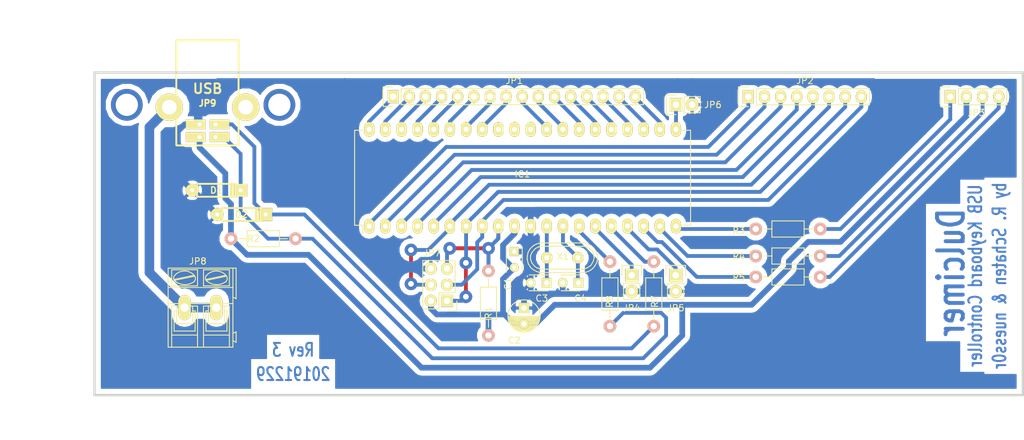
<source format=kicad_pcb>
(kicad_pcb (version 4) (host pcbnew 4.0.5+dfsg1-4)

  (general
    (links 69)
    (no_connects 0)
    (area 42.316399 43.9928 203.390501 115.163601)
    (thickness 1.6)
    (drawings 12)
    (tracks 288)
    (zones 0)
    (modules 24)
    (nets 44)
  )

  (page A4)
  (title_block
    (title "Dulcimer - USB Keyboard Controller")
    (date 2019-12-29)
    (rev 3)
    (company "Ronald Schaten and Christoph Zimmermann")
  )

  (layers
    (0 Inner_L1 signal)
    (31 Copper signal)
    (32 B.Adhes user hide)
    (33 F.Adhes user hide)
    (34 B.Paste user hide)
    (35 F.Paste user hide)
    (36 B.SilkS user hide)
    (37 F.SilkS user)
    (38 B.Mask user hide)
    (39 F.Mask user hide)
    (40 Dwgs.User user)
    (41 Cmts.User user)
    (42 Eco1.User user)
    (43 Eco2.User user)
    (44 Edge.Cuts user)
    (45 Margin user)
    (46 B.CrtYd user)
    (47 F.CrtYd user)
    (48 B.Fab user)
    (49 F.Fab user)
  )

  (setup
    (last_trace_width 0.6)
    (trace_clearance 0.2)
    (zone_clearance 0.8)
    (zone_45_only no)
    (trace_min 0.2)
    (segment_width 0.381)
    (edge_width 0.381)
    (via_size 2)
    (via_drill 0.9)
    (via_min_size 0.4)
    (via_min_drill 0.3)
    (uvia_size 0.508)
    (uvia_drill 0.2032)
    (uvias_allowed no)
    (uvia_min_size 0.2)
    (uvia_min_drill 0.1)
    (pcb_text_width 0.3048)
    (pcb_text_size 1.524 2.032)
    (mod_edge_width 0.381)
    (mod_text_size 1.524 1.524)
    (mod_text_width 0.3048)
    (pad_size 1.5 1.5)
    (pad_drill 0.8)
    (pad_to_mask_clearance 0.2)
    (aux_axis_origin 57.277 105.41)
    (visible_elements 7FFFFFFF)
    (pcbplotparams
      (layerselection 0x211a0_80000000)
      (usegerberextensions false)
      (excludeedgelayer true)
      (linewidth 0.100000)
      (plotframeref false)
      (viasonmask false)
      (mode 1)
      (useauxorigin false)
      (hpglpennumber 1)
      (hpglpenspeed 20)
      (hpglpendiameter 15)
      (hpglpenoverlay 2)
      (psnegative false)
      (psa4output false)
      (plotreference true)
      (plotvalue true)
      (plotinvisibletext false)
      (padsonsilk false)
      (subtractmaskfromsilk false)
      (outputformat 1)
      (mirror false)
      (drillshape 0)
      (scaleselection 1)
      (outputdirectory ""))
  )

  (net 0 "")
  (net 1 VCC)
  (net 2 GND)
  (net 3 /Reset)
  (net 4 /C0)
  (net 5 /C1)
  (net 6 /C2)
  (net 7 /C3)
  (net 8 /C4)
  (net 9 /R15)
  (net 10 /R14)
  (net 11 /R13)
  (net 12 /R12)
  (net 13 /R11)
  (net 14 /R10)
  (net 15 /R9)
  (net 16 /R8)
  (net 17 /R7)
  (net 18 /R6)
  (net 19 /R5)
  (net 20 /R4)
  (net 21 /R3)
  (net 22 /R2)
  (net 23 /R1)
  (net 24 /R0)
  (net 25 "Net-(C3-Pad1)")
  (net 26 "Net-(C4-Pad1)")
  (net 27 "Net-(D1-Pad2)")
  (net 28 "Net-(D2-Pad2)")
  (net 29 /C5)
  (net 30 /C6)
  (net 31 /C7)
  (net 32 "Net-(IC1-Pad14)")
  (net 33 "Net-(IC1-Pad15)")
  (net 34 "Net-(IC1-Pad16)")
  (net 35 "Net-(IC1-Pad17)")
  (net 36 "Net-(IC1-Pad21)")
  (net 37 Earth)
  (net 38 "Net-(JP3-Pad1)")
  (net 39 "Net-(JP3-Pad3)")
  (net 40 "Net-(JP3-Pad4)")
  (net 41 /ScrollLock)
  (net 42 /CapsLock)
  (net 43 /NumLock)

  (net_class Default "This is the default net class."
    (clearance 0.2)
    (trace_width 0.6)
    (via_dia 2)
    (via_drill 0.9)
    (uvia_dia 0.508)
    (uvia_drill 0.2032)
    (add_net /C0)
    (add_net /C1)
    (add_net /C2)
    (add_net /C3)
    (add_net /C4)
    (add_net /C5)
    (add_net /C6)
    (add_net /C7)
    (add_net /CapsLock)
    (add_net /NumLock)
    (add_net /R0)
    (add_net /R1)
    (add_net /R10)
    (add_net /R11)
    (add_net /R12)
    (add_net /R13)
    (add_net /R14)
    (add_net /R15)
    (add_net /R2)
    (add_net /R3)
    (add_net /R4)
    (add_net /R5)
    (add_net /R6)
    (add_net /R7)
    (add_net /R8)
    (add_net /R9)
    (add_net /Reset)
    (add_net /ScrollLock)
    (add_net "Net-(C3-Pad1)")
    (add_net "Net-(C4-Pad1)")
    (add_net "Net-(D1-Pad2)")
    (add_net "Net-(D2-Pad2)")
    (add_net "Net-(IC1-Pad14)")
    (add_net "Net-(IC1-Pad15)")
    (add_net "Net-(IC1-Pad16)")
    (add_net "Net-(IC1-Pad17)")
    (add_net "Net-(IC1-Pad21)")
    (add_net "Net-(JP3-Pad1)")
    (add_net "Net-(JP3-Pad3)")
    (add_net "Net-(JP3-Pad4)")
  )

  (net_class Earth ""
    (clearance 1)
    (trace_width 1.5)
    (via_dia 1.4)
    (via_drill 0.9)
    (uvia_dia 0.508)
    (uvia_drill 0.2032)
    (add_net Earth)
  )

  (net_class GND ""
    (clearance 0.4)
    (trace_width 0.9)
    (via_dia 2)
    (via_drill 0.9)
    (uvia_dia 0.508)
    (uvia_drill 0.2032)
    (add_net GND)
  )

  (net_class Power ""
    (clearance 0.2)
    (trace_width 0.9)
    (via_dia 2)
    (via_drill 0.9)
    (uvia_dia 0.508)
    (uvia_drill 0.2032)
    (add_net VCC)
  )

  (module Resistors_ThroughHole:Resistor_Horizontal_RM10mm (layer Inner_L1) (tedit 56648415) (tstamp 58408ACB)
    (at 171.324 83.5 180)
    (descr "Resistor, Axial,  RM 10mm, 1/3W")
    (tags "Resistor Axial RM 10mm 1/3W")
    (path /48044731)
    (fp_text reference R4 (at 12.828 -0.066 180) (layer F.SilkS)
      (effects (font (size 1 1) (thickness 0.15)))
    )
    (fp_text value 470 (at 5.208 -0.066 180) (layer F.Fab)
      (effects (font (size 1 1) (thickness 0.15)))
    )
    (fp_line (start -1.25 -1.5) (end 11.4 -1.5) (layer F.CrtYd) (width 0.05))
    (fp_line (start -1.25 1.5) (end -1.25 -1.5) (layer F.CrtYd) (width 0.05))
    (fp_line (start 11.4 -1.5) (end 11.4 1.5) (layer F.CrtYd) (width 0.05))
    (fp_line (start -1.25 1.5) (end 11.4 1.5) (layer F.CrtYd) (width 0.05))
    (fp_line (start 2.54 -1.27) (end 7.62 -1.27) (layer F.SilkS) (width 0.15))
    (fp_line (start 7.62 -1.27) (end 7.62 1.27) (layer F.SilkS) (width 0.15))
    (fp_line (start 7.62 1.27) (end 2.54 1.27) (layer F.SilkS) (width 0.15))
    (fp_line (start 2.54 1.27) (end 2.54 -1.27) (layer F.SilkS) (width 0.15))
    (fp_line (start 2.54 0) (end 1.27 0) (layer F.SilkS) (width 0.15))
    (fp_line (start 7.62 0) (end 8.89 0) (layer F.SilkS) (width 0.15))
    (pad 1 thru_hole circle (at 0 0 180) (size 1.99898 1.99898) (drill 1.00076) (layers *.Cu *.SilkS *.Mask)
      (net 39 "Net-(JP3-Pad3)"))
    (pad 2 thru_hole circle (at 10.16 0 180) (size 1.99898 1.99898) (drill 1.00076) (layers *.Cu *.SilkS *.Mask)
      (net 42 /CapsLock))
    (model Resistors_ThroughHole.3dshapes/Resistor_Horizontal_RM10mm.wrl
      (at (xyz 0.2 0 0))
      (scale (xyz 0.4 0.4 0.4))
      (rotate (xyz 0 0 0))
    )
  )

  (module Capacitors_ThroughHole:C_Rect_L4_W2.5_P2.5 (layer Inner_L1) (tedit 589CB7DE) (tstamp 58408A28)
    (at 123.19 82.804 270)
    (descr "Film Capacitor Length 4mm x Width 2.5mm, Pitch 2.5mm")
    (tags Capacitor)
    (path /48044756)
    (fp_text reference C1 (at 5.08 1.016 270) (layer F.SilkS)
      (effects (font (size 1 1) (thickness 0.15)))
    )
    (fp_text value 100n (at 5.334 -0.508 270) (layer F.Fab)
      (effects (font (size 1 1) (thickness 0.15)))
    )
    (fp_line (start -1 -1.5) (end 3.5 -1.5) (layer F.CrtYd) (width 0.05))
    (fp_line (start 3.5 -1.5) (end 3.5 1.5) (layer F.CrtYd) (width 0.05))
    (fp_line (start 3.5 1.5) (end -1 1.5) (layer F.CrtYd) (width 0.05))
    (fp_line (start -1 1.5) (end -1 -1.5) (layer F.CrtYd) (width 0.05))
    (fp_line (start -0.75 -1.25) (end 3.25 -1.25) (layer F.SilkS) (width 0.15))
    (fp_line (start -0.75 1.25) (end 3.25 1.25) (layer F.SilkS) (width 0.15))
    (pad 1 thru_hole rect (at 0 0 270) (size 1.4 1.4) (drill 0.7) (layers *.Cu *.Mask F.SilkS)
      (net 2 GND))
    (pad 2 thru_hole circle (at 2.5 0 270) (size 1.4 1.4) (drill 0.7) (layers *.Cu *.Mask F.SilkS)
      (net 1 VCC))
  )

  (module Resistors_ThroughHole:Resistor_Horizontal_RM10mm (layer Inner_L1) (tedit 56648415) (tstamp 58408ABC)
    (at 119.126 85.852 270)
    (descr "Resistor, Axial,  RM 10mm, 1/3W")
    (tags "Resistor Axial RM 10mm 1/3W")
    (path /4804473F)
    (fp_text reference R1 (at 6.604 0 270) (layer F.SilkS)
      (effects (font (size 1 1) (thickness 0.15)))
    )
    (fp_text value 10k (at 4.064 0 270) (layer F.Fab)
      (effects (font (size 1 1) (thickness 0.15)))
    )
    (fp_line (start -1.25 -1.5) (end 11.4 -1.5) (layer F.CrtYd) (width 0.05))
    (fp_line (start -1.25 1.5) (end -1.25 -1.5) (layer F.CrtYd) (width 0.05))
    (fp_line (start 11.4 -1.5) (end 11.4 1.5) (layer F.CrtYd) (width 0.05))
    (fp_line (start -1.25 1.5) (end 11.4 1.5) (layer F.CrtYd) (width 0.05))
    (fp_line (start 2.54 -1.27) (end 7.62 -1.27) (layer F.SilkS) (width 0.15))
    (fp_line (start 7.62 -1.27) (end 7.62 1.27) (layer F.SilkS) (width 0.15))
    (fp_line (start 7.62 1.27) (end 2.54 1.27) (layer F.SilkS) (width 0.15))
    (fp_line (start 2.54 1.27) (end 2.54 -1.27) (layer F.SilkS) (width 0.15))
    (fp_line (start 2.54 0) (end 1.27 0) (layer F.SilkS) (width 0.15))
    (fp_line (start 7.62 0) (end 8.89 0) (layer F.SilkS) (width 0.15))
    (pad 1 thru_hole circle (at 0 0 270) (size 1.99898 1.99898) (drill 1.00076) (layers *.Cu *.SilkS *.Mask)
      (net 3 /Reset))
    (pad 2 thru_hole circle (at 10.16 0 270) (size 1.99898 1.99898) (drill 1.00076) (layers *.Cu *.SilkS *.Mask)
      (net 1 VCC))
    (model Resistors_ThroughHole.3dshapes/Resistor_Horizontal_RM10mm.wrl
      (at (xyz 0.2 0 0))
      (scale (xyz 0.4 0.4 0.4))
      (rotate (xyz 0 0 0))
    )
  )

  (module Capacitors_ThroughHole:C_Radial_D5_L11_P2.5 (layer Inner_L1) (tedit 589CB7FE) (tstamp 58408A2D)
    (at 124.714 91.694 270)
    (descr "Radial Electrolytic Capacitor Diameter 5mm x Length 11mm, Pitch 2.5mm")
    (tags "Electrolytic Capacitor")
    (path /48044769)
    (fp_text reference C2 (at 5.08 1.524 360) (layer F.SilkS)
      (effects (font (size 1 1) (thickness 0.15)))
    )
    (fp_text value 10u (at 5.08 -1.778 360) (layer F.Fab)
      (effects (font (size 1 1) (thickness 0.15)))
    )
    (fp_line (start 1.325 -2.499) (end 1.325 2.499) (layer F.SilkS) (width 0.15))
    (fp_line (start 1.465 -2.491) (end 1.465 2.491) (layer F.SilkS) (width 0.15))
    (fp_line (start 1.605 -2.475) (end 1.605 -0.095) (layer F.SilkS) (width 0.15))
    (fp_line (start 1.605 0.095) (end 1.605 2.475) (layer F.SilkS) (width 0.15))
    (fp_line (start 1.745 -2.451) (end 1.745 -0.49) (layer F.SilkS) (width 0.15))
    (fp_line (start 1.745 0.49) (end 1.745 2.451) (layer F.SilkS) (width 0.15))
    (fp_line (start 1.885 -2.418) (end 1.885 -0.657) (layer F.SilkS) (width 0.15))
    (fp_line (start 1.885 0.657) (end 1.885 2.418) (layer F.SilkS) (width 0.15))
    (fp_line (start 2.025 -2.377) (end 2.025 -0.764) (layer F.SilkS) (width 0.15))
    (fp_line (start 2.025 0.764) (end 2.025 2.377) (layer F.SilkS) (width 0.15))
    (fp_line (start 2.165 -2.327) (end 2.165 -0.835) (layer F.SilkS) (width 0.15))
    (fp_line (start 2.165 0.835) (end 2.165 2.327) (layer F.SilkS) (width 0.15))
    (fp_line (start 2.305 -2.266) (end 2.305 -0.879) (layer F.SilkS) (width 0.15))
    (fp_line (start 2.305 0.879) (end 2.305 2.266) (layer F.SilkS) (width 0.15))
    (fp_line (start 2.445 -2.196) (end 2.445 -0.898) (layer F.SilkS) (width 0.15))
    (fp_line (start 2.445 0.898) (end 2.445 2.196) (layer F.SilkS) (width 0.15))
    (fp_line (start 2.585 -2.114) (end 2.585 -0.896) (layer F.SilkS) (width 0.15))
    (fp_line (start 2.585 0.896) (end 2.585 2.114) (layer F.SilkS) (width 0.15))
    (fp_line (start 2.725 -2.019) (end 2.725 -0.871) (layer F.SilkS) (width 0.15))
    (fp_line (start 2.725 0.871) (end 2.725 2.019) (layer F.SilkS) (width 0.15))
    (fp_line (start 2.865 -1.908) (end 2.865 -0.823) (layer F.SilkS) (width 0.15))
    (fp_line (start 2.865 0.823) (end 2.865 1.908) (layer F.SilkS) (width 0.15))
    (fp_line (start 3.005 -1.78) (end 3.005 -0.745) (layer F.SilkS) (width 0.15))
    (fp_line (start 3.005 0.745) (end 3.005 1.78) (layer F.SilkS) (width 0.15))
    (fp_line (start 3.145 -1.631) (end 3.145 -0.628) (layer F.SilkS) (width 0.15))
    (fp_line (start 3.145 0.628) (end 3.145 1.631) (layer F.SilkS) (width 0.15))
    (fp_line (start 3.285 -1.452) (end 3.285 -0.44) (layer F.SilkS) (width 0.15))
    (fp_line (start 3.285 0.44) (end 3.285 1.452) (layer F.SilkS) (width 0.15))
    (fp_line (start 3.425 -1.233) (end 3.425 1.233) (layer F.SilkS) (width 0.15))
    (fp_line (start 3.565 -0.944) (end 3.565 0.944) (layer F.SilkS) (width 0.15))
    (fp_line (start 3.705 -0.472) (end 3.705 0.472) (layer F.SilkS) (width 0.15))
    (fp_circle (center 2.5 0) (end 2.5 -0.9) (layer F.SilkS) (width 0.15))
    (fp_circle (center 1.25 0) (end 1.25 -2.5375) (layer F.SilkS) (width 0.15))
    (fp_circle (center 1.25 0) (end 1.25 -2.8) (layer F.CrtYd) (width 0.05))
    (pad 1 thru_hole rect (at 0 0 270) (size 1.6 1.6) (drill 0.8) (layers *.Cu *.Mask F.SilkS)
      (net 2 GND))
    (pad 2 thru_hole circle (at 2.5 0 270) (size 1.6 1.6) (drill 0.8) (layers *.Cu *.Mask F.SilkS)
      (net 1 VCC))
    (model Capacitors_ThroughHole.3dshapes/C_Radial_D5_L11_P2.5.wrl
      (at (xyz 0.049213 0 0))
      (scale (xyz 1 1 1))
      (rotate (xyz 0 0 90))
    )
  )

  (module Capacitors_ThroughHole:C_Disc_D3_P2.5 (layer Inner_L1) (tedit 589CB828) (tstamp 58408A32)
    (at 128.275 87.725 180)
    (descr "Capacitor 3mm Disc, Pitch 2.5mm")
    (tags Capacitor)
    (path /48044750)
    (fp_text reference C3 (at 0.767 -2.445 180) (layer F.SilkS)
      (effects (font (size 1 1) (thickness 0.15)))
    )
    (fp_text value 22p (at -2.281 -2.445 180) (layer F.Fab)
      (effects (font (size 1 1) (thickness 0.15)))
    )
    (fp_line (start -0.9 -1.5) (end 3.4 -1.5) (layer F.CrtYd) (width 0.05))
    (fp_line (start 3.4 -1.5) (end 3.4 1.5) (layer F.CrtYd) (width 0.05))
    (fp_line (start 3.4 1.5) (end -0.9 1.5) (layer F.CrtYd) (width 0.05))
    (fp_line (start -0.9 1.5) (end -0.9 -1.5) (layer F.CrtYd) (width 0.05))
    (fp_line (start -0.25 -1.25) (end 2.75 -1.25) (layer F.SilkS) (width 0.15))
    (fp_line (start 2.75 1.25) (end -0.25 1.25) (layer F.SilkS) (width 0.15))
    (pad 1 thru_hole rect (at 0 0 180) (size 1.5 1.5) (drill 0.8) (layers *.Cu *.Mask F.SilkS)
      (net 25 "Net-(C3-Pad1)"))
    (pad 2 thru_hole circle (at 2.5 0 180) (size 1.5 1.5) (drill 0.8001) (layers *.Cu *.Mask F.SilkS)
      (net 2 GND))
    (model Capacitors_ThroughHole.3dshapes/C_Disc_D3_P2.5.wrl
      (at (xyz 0.0492126 0 0))
      (scale (xyz 1 1 1))
      (rotate (xyz 0 0 0))
    )
  )

  (module Capacitors_ThroughHole:C_Disc_D3_P2.5 (layer Inner_L1) (tedit 589CB836) (tstamp 58408A37)
    (at 133.3 87.725 180)
    (descr "Capacitor 3mm Disc, Pitch 2.5mm")
    (tags Capacitor)
    (path /48044754)
    (fp_text reference C4 (at -0.304 -2.445 180) (layer F.SilkS)
      (effects (font (size 1 1) (thickness 0.15)))
    )
    (fp_text value 22p (at 2.744 -2.445 180) (layer F.Fab)
      (effects (font (size 1 1) (thickness 0.15)))
    )
    (fp_line (start -0.9 -1.5) (end 3.4 -1.5) (layer F.CrtYd) (width 0.05))
    (fp_line (start 3.4 -1.5) (end 3.4 1.5) (layer F.CrtYd) (width 0.05))
    (fp_line (start 3.4 1.5) (end -0.9 1.5) (layer F.CrtYd) (width 0.05))
    (fp_line (start -0.9 1.5) (end -0.9 -1.5) (layer F.CrtYd) (width 0.05))
    (fp_line (start -0.25 -1.25) (end 2.75 -1.25) (layer F.SilkS) (width 0.15))
    (fp_line (start 2.75 1.25) (end -0.25 1.25) (layer F.SilkS) (width 0.15))
    (pad 1 thru_hole rect (at 0 0 180) (size 1.5 1.5) (drill 0.8) (layers *.Cu *.Mask F.SilkS)
      (net 26 "Net-(C4-Pad1)"))
    (pad 2 thru_hole circle (at 2.5 0 180) (size 1.5 1.5) (drill 0.8001) (layers *.Cu *.Mask F.SilkS)
      (net 2 GND))
    (model Capacitors_ThroughHole.3dshapes/C_Disc_D3_P2.5.wrl
      (at (xyz 0.0492126 0 0))
      (scale (xyz 1 1 1))
      (rotate (xyz 0 0 0))
    )
  )

  (module Housings_DIP:DIP-40_W15.24mm_LongPads (layer Inner_L1) (tedit 54130A77) (tstamp 58408A46)
    (at 100.36 78.8 90)
    (descr "40-lead dip package, row spacing 15.24 mm (600 mils), longer pads")
    (tags "dil dip 2.54 600")
    (path /480447FC)
    (fp_text reference IC1 (at 8.188 24.1 180) (layer F.SilkS)
      (effects (font (size 1 1) (thickness 0.15)))
    )
    (fp_text value MEGA32-P (at 6.41 24.862 180) (layer F.Fab)
      (effects (font (size 1 1) (thickness 0.15)))
    )
    (fp_line (start -1.4 -2.45) (end -1.4 50.75) (layer F.CrtYd) (width 0.05))
    (fp_line (start 16.65 -2.45) (end 16.65 50.75) (layer F.CrtYd) (width 0.05))
    (fp_line (start -1.4 -2.45) (end 16.65 -2.45) (layer F.CrtYd) (width 0.05))
    (fp_line (start -1.4 50.75) (end 16.65 50.75) (layer F.CrtYd) (width 0.05))
    (fp_line (start 0.135 -2.295) (end 0.135 -1.025) (layer F.SilkS) (width 0.15))
    (fp_line (start 15.105 -2.295) (end 15.105 -1.025) (layer F.SilkS) (width 0.15))
    (fp_line (start 15.105 50.555) (end 15.105 49.285) (layer F.SilkS) (width 0.15))
    (fp_line (start 0.135 50.555) (end 0.135 49.285) (layer F.SilkS) (width 0.15))
    (fp_line (start 0.135 -2.295) (end 15.105 -2.295) (layer F.SilkS) (width 0.15))
    (fp_line (start 0.135 50.555) (end 15.105 50.555) (layer F.SilkS) (width 0.15))
    (fp_line (start 0.135 -1.025) (end -1.15 -1.025) (layer F.SilkS) (width 0.15))
    (pad 1 thru_hole oval (at 0 0 90) (size 2.3 1.6) (drill 0.8) (layers *.Cu *.Mask F.SilkS)
      (net 4 /C0))
    (pad 2 thru_hole oval (at 0 2.54 90) (size 2.3 1.6) (drill 0.8) (layers *.Cu *.Mask F.SilkS)
      (net 5 /C1))
    (pad 3 thru_hole oval (at 0 5.08 90) (size 2.3 1.6) (drill 0.8) (layers *.Cu *.Mask F.SilkS)
      (net 6 /C2))
    (pad 4 thru_hole oval (at 0 7.62 90) (size 2.3 1.6) (drill 0.8) (layers *.Cu *.Mask F.SilkS)
      (net 7 /C3))
    (pad 5 thru_hole oval (at 0 10.16 90) (size 2.3 1.6) (drill 0.8) (layers *.Cu *.Mask F.SilkS)
      (net 8 /C4))
    (pad 6 thru_hole oval (at 0 12.7 90) (size 2.3 1.6) (drill 0.8) (layers *.Cu *.Mask F.SilkS)
      (net 29 /C5))
    (pad 7 thru_hole oval (at 0 15.24 90) (size 2.3 1.6) (drill 0.8) (layers *.Cu *.Mask F.SilkS)
      (net 30 /C6))
    (pad 8 thru_hole oval (at 0 17.78 90) (size 2.3 1.6) (drill 0.8) (layers *.Cu *.Mask F.SilkS)
      (net 31 /C7))
    (pad 9 thru_hole oval (at 0 20.32 90) (size 2.3 1.6) (drill 0.8) (layers *.Cu *.Mask F.SilkS)
      (net 3 /Reset))
    (pad 10 thru_hole oval (at 0 22.86 90) (size 2.3 1.6) (drill 0.8) (layers *.Cu *.Mask F.SilkS)
      (net 1 VCC))
    (pad 11 thru_hole oval (at 0 25.4 90) (size 2.3 1.6) (drill 0.8) (layers *.Cu *.Mask F.SilkS)
      (net 2 GND))
    (pad 12 thru_hole oval (at 0 27.94 90) (size 2.3 1.6) (drill 0.8) (layers *.Cu *.Mask F.SilkS)
      (net 25 "Net-(C3-Pad1)"))
    (pad 13 thru_hole oval (at 0 30.48 90) (size 2.3 1.6) (drill 0.8) (layers *.Cu *.Mask F.SilkS)
      (net 26 "Net-(C4-Pad1)"))
    (pad 14 thru_hole oval (at 0 33.02 90) (size 2.3 1.6) (drill 0.8) (layers *.Cu *.Mask F.SilkS)
      (net 32 "Net-(IC1-Pad14)"))
    (pad 15 thru_hole oval (at 0 35.56 90) (size 2.3 1.6) (drill 0.8) (layers *.Cu *.Mask F.SilkS)
      (net 33 "Net-(IC1-Pad15)"))
    (pad 16 thru_hole oval (at 0 38.1 90) (size 2.3 1.6) (drill 0.8) (layers *.Cu *.Mask F.SilkS)
      (net 34 "Net-(IC1-Pad16)"))
    (pad 17 thru_hole oval (at 0 40.64 90) (size 2.3 1.6) (drill 0.8) (layers *.Cu *.Mask F.SilkS)
      (net 35 "Net-(IC1-Pad17)"))
    (pad 18 thru_hole oval (at 0 43.18 90) (size 2.3 1.6) (drill 0.8) (layers *.Cu *.Mask F.SilkS)
      (net 41 /ScrollLock))
    (pad 19 thru_hole oval (at 0 45.72 90) (size 2.3 1.6) (drill 0.8) (layers *.Cu *.Mask F.SilkS)
      (net 42 /CapsLock))
    (pad 20 thru_hole oval (at 0 48.26 90) (size 2.3 1.6) (drill 0.8) (layers *.Cu *.Mask F.SilkS)
      (net 43 /NumLock))
    (pad 21 thru_hole oval (at 15.24 48.26 90) (size 2.3 1.6) (drill 0.8) (layers *.Cu *.Mask F.SilkS)
      (net 36 "Net-(IC1-Pad21)"))
    (pad 22 thru_hole oval (at 15.24 45.72 90) (size 2.3 1.6) (drill 0.8) (layers *.Cu *.Mask F.SilkS)
      (net 9 /R15))
    (pad 23 thru_hole oval (at 15.24 43.18 90) (size 2.3 1.6) (drill 0.8) (layers *.Cu *.Mask F.SilkS)
      (net 10 /R14))
    (pad 24 thru_hole oval (at 15.24 40.64 90) (size 2.3 1.6) (drill 0.8) (layers *.Cu *.Mask F.SilkS)
      (net 11 /R13))
    (pad 25 thru_hole oval (at 15.24 38.1 90) (size 2.3 1.6) (drill 0.8) (layers *.Cu *.Mask F.SilkS)
      (net 12 /R12))
    (pad 26 thru_hole oval (at 15.24 35.56 90) (size 2.3 1.6) (drill 0.8) (layers *.Cu *.Mask F.SilkS)
      (net 13 /R11))
    (pad 27 thru_hole oval (at 15.24 33.02 90) (size 2.3 1.6) (drill 0.8) (layers *.Cu *.Mask F.SilkS)
      (net 14 /R10))
    (pad 28 thru_hole oval (at 15.24 30.48 90) (size 2.3 1.6) (drill 0.8) (layers *.Cu *.Mask F.SilkS)
      (net 15 /R9))
    (pad 29 thru_hole oval (at 15.24 27.94 90) (size 2.3 1.6) (drill 0.8) (layers *.Cu *.Mask F.SilkS)
      (net 16 /R8))
    (pad 30 thru_hole oval (at 15.24 25.4 90) (size 2.3 1.6) (drill 0.8) (layers *.Cu *.Mask F.SilkS))
    (pad 31 thru_hole oval (at 15.24 22.86 90) (size 2.3 1.6) (drill 0.8) (layers *.Cu *.Mask F.SilkS))
    (pad 32 thru_hole oval (at 15.24 20.32 90) (size 2.3 1.6) (drill 0.8) (layers *.Cu *.Mask F.SilkS))
    (pad 33 thru_hole oval (at 15.24 17.78 90) (size 2.3 1.6) (drill 0.8) (layers *.Cu *.Mask F.SilkS)
      (net 17 /R7))
    (pad 34 thru_hole oval (at 15.24 15.24 90) (size 2.3 1.6) (drill 0.8) (layers *.Cu *.Mask F.SilkS)
      (net 18 /R6))
    (pad 35 thru_hole oval (at 15.24 12.7 90) (size 2.3 1.6) (drill 0.8) (layers *.Cu *.Mask F.SilkS)
      (net 19 /R5))
    (pad 36 thru_hole oval (at 15.24 10.16 90) (size 2.3 1.6) (drill 0.8) (layers *.Cu *.Mask F.SilkS)
      (net 20 /R4))
    (pad 37 thru_hole oval (at 15.24 7.62 90) (size 2.3 1.6) (drill 0.8) (layers *.Cu *.Mask F.SilkS)
      (net 21 /R3))
    (pad 38 thru_hole oval (at 15.24 5.08 90) (size 2.3 1.6) (drill 0.8) (layers *.Cu *.Mask F.SilkS)
      (net 22 /R2))
    (pad 39 thru_hole oval (at 15.24 2.54 90) (size 2.3 1.6) (drill 0.8) (layers *.Cu *.Mask F.SilkS)
      (net 23 /R1))
    (pad 40 thru_hole oval (at 15.24 0 90) (size 2.3 1.6) (drill 0.8) (layers *.Cu *.Mask F.SilkS)
      (net 24 /R0))
    (model Housings_DIP.3dshapes/DIP-40_W15.24mm_LongPads.wrl
      (at (xyz 0 0 0))
      (scale (xyz 1 1 1))
      (rotate (xyz 0 0 0))
    )
  )

  (module dulcimer:CONN_USB-B (layer Inner_L1) (tedit 443D581B) (tstamp 58408A71)
    (at 74.93 57.15)
    (descr "Connecteur USB type B")
    (tags USB)
    (path /480446AA)
    (fp_text reference JP9 (at 0 2.286) (layer F.SilkS)
      (effects (font (size 1.00076 1.00076) (thickness 0.25019)))
    )
    (fp_text value USB (at 0 0) (layer F.SilkS)
      (effects (font (thickness 0.3048)))
    )
    (fp_line (start 4.89712 -7.62) (end -4.91744 -7.60984) (layer F.SilkS) (width 0.3048))
    (fp_line (start -4.91744 -7.60984) (end -4.91744 8.90016) (layer F.SilkS) (width 0.3048))
    (fp_line (start -4.83616 8.9408) (end 4.8768 8.9408) (layer F.SilkS) (width 0.3048))
    (fp_line (start 4.8768 8.9408) (end 4.8768 -7.64032) (layer F.SilkS) (width 0.3048))
    (pad 5 thru_hole circle (at 6.00456 2.91592) (size 4.30022 4.30022) (drill 2.30124) (layers *.Cu *.Mask F.SilkS))
    (pad 6 thru_hole circle (at -6.01472 2.91592) (size 4.30022 4.30022) (drill 2.30124) (layers *.Cu *.Mask F.SilkS)
      (net 37 Earth))
    (pad 1 thru_hole rect (at -1.24968 7.62) (size 3.048 1.524) (drill 0.635 (offset -0.635 0)) (layers *.Cu *.Mask F.SilkS)
      (net 1 VCC))
    (pad 4 thru_hole rect (at -1.24968 5.6134) (size 3.048 1.524) (drill 0.635 (offset -0.635 0)) (layers *.Cu *.Mask F.SilkS)
      (net 2 GND))
    (pad 3 thru_hole rect (at 1.24968 5.6134) (size 3.048 1.524) (drill 0.635 (offset 0.635 0)) (layers *.Cu *.Mask F.SilkS)
      (net 28 "Net-(D2-Pad2)"))
    (pad 2 thru_hole rect (at 1.24968 7.62) (size 3.048 1.524) (drill 0.635 (offset 0.635 0)) (layers *.Cu *.Mask F.SilkS)
      (net 27 "Net-(D1-Pad2)"))
    (model connectors/Usb-B.wrl
      (at (xyz 0 0 0.23))
      (scale (xyz 2.7 2.7 2.7))
      (rotate (xyz 0 0 270))
    )
  )

  (module Pin_Headers:Pin_Header_Straight_1x16 locked (layer Inner_L1) (tedit 0) (tstamp 58408A7A)
    (at 104.12 58.4 90)
    (descr "Through hole pin header")
    (tags "pin header")
    (path /48044A02)
    (fp_text reference JP1 (at 2.52 19.07 180) (layer F.SilkS)
      (effects (font (size 1 1) (thickness 0.15)))
    )
    (fp_text value PINHD-1X16M (at -2.56 19.324 180) (layer F.Fab)
      (effects (font (size 1 1) (thickness 0.15)))
    )
    (fp_line (start -1.75 -1.75) (end -1.75 39.85) (layer F.CrtYd) (width 0.05))
    (fp_line (start 1.75 -1.75) (end 1.75 39.85) (layer F.CrtYd) (width 0.05))
    (fp_line (start -1.75 -1.75) (end 1.75 -1.75) (layer F.CrtYd) (width 0.05))
    (fp_line (start -1.75 39.85) (end 1.75 39.85) (layer F.CrtYd) (width 0.05))
    (fp_line (start -1.27 1.27) (end -1.27 39.37) (layer F.SilkS) (width 0.15))
    (fp_line (start -1.27 39.37) (end 1.27 39.37) (layer F.SilkS) (width 0.15))
    (fp_line (start 1.27 39.37) (end 1.27 1.27) (layer F.SilkS) (width 0.15))
    (fp_line (start 1.55 -1.55) (end 1.55 0) (layer F.SilkS) (width 0.15))
    (fp_line (start 1.27 1.27) (end -1.27 1.27) (layer F.SilkS) (width 0.15))
    (fp_line (start -1.55 0) (end -1.55 -1.55) (layer F.SilkS) (width 0.15))
    (fp_line (start -1.55 -1.55) (end 1.55 -1.55) (layer F.SilkS) (width 0.15))
    (pad 1 thru_hole rect (at 0 0 90) (size 2.032 1.7272) (drill 1.016) (layers *.Cu *.Mask F.SilkS)
      (net 24 /R0))
    (pad 2 thru_hole oval (at 0 2.54 90) (size 2.032 1.7272) (drill 1.016) (layers *.Cu *.Mask F.SilkS)
      (net 23 /R1))
    (pad 3 thru_hole oval (at 0 5.08 90) (size 2.032 1.7272) (drill 1.016) (layers *.Cu *.Mask F.SilkS)
      (net 22 /R2))
    (pad 4 thru_hole oval (at 0 7.62 90) (size 2.032 1.7272) (drill 1.016) (layers *.Cu *.Mask F.SilkS)
      (net 21 /R3))
    (pad 5 thru_hole oval (at 0 10.16 90) (size 2.032 1.7272) (drill 1.016) (layers *.Cu *.Mask F.SilkS)
      (net 20 /R4))
    (pad 6 thru_hole oval (at 0 12.7 90) (size 2.032 1.7272) (drill 1.016) (layers *.Cu *.Mask F.SilkS)
      (net 19 /R5))
    (pad 7 thru_hole oval (at 0 15.24 90) (size 2.032 1.7272) (drill 1.016) (layers *.Cu *.Mask F.SilkS)
      (net 18 /R6))
    (pad 8 thru_hole oval (at 0 17.78 90) (size 2.032 1.7272) (drill 1.016) (layers *.Cu *.Mask F.SilkS)
      (net 17 /R7))
    (pad 9 thru_hole oval (at 0 20.32 90) (size 2.032 1.7272) (drill 1.016) (layers *.Cu *.Mask F.SilkS)
      (net 16 /R8))
    (pad 10 thru_hole oval (at 0 22.86 90) (size 2.032 1.7272) (drill 1.016) (layers *.Cu *.Mask F.SilkS)
      (net 15 /R9))
    (pad 11 thru_hole oval (at 0 25.4 90) (size 2.032 1.7272) (drill 1.016) (layers *.Cu *.Mask F.SilkS)
      (net 14 /R10))
    (pad 12 thru_hole oval (at 0 27.94 90) (size 2.032 1.7272) (drill 1.016) (layers *.Cu *.Mask F.SilkS)
      (net 13 /R11))
    (pad 13 thru_hole oval (at 0 30.48 90) (size 2.032 1.7272) (drill 1.016) (layers *.Cu *.Mask F.SilkS)
      (net 12 /R12))
    (pad 14 thru_hole oval (at 0 33.02 90) (size 2.032 1.7272) (drill 1.016) (layers *.Cu *.Mask F.SilkS)
      (net 11 /R13))
    (pad 15 thru_hole oval (at 0 35.56 90) (size 2.032 1.7272) (drill 1.016) (layers *.Cu *.Mask F.SilkS)
      (net 10 /R14))
    (pad 16 thru_hole oval (at 0 38.1 90) (size 2.032 1.7272) (drill 1.016) (layers *.Cu *.Mask F.SilkS)
      (net 9 /R15))
    (model Pin_Headers.3dshapes/Pin_Header_Straight_1x16.wrl
      (at (xyz 0 -0.75 0))
      (scale (xyz 1 1 1))
      (rotate (xyz 0 0 90))
    )
  )

  (module Pin_Headers:Pin_Header_Straight_1x08 locked (layer Inner_L1) (tedit 0) (tstamp 58408A8D)
    (at 160 58.42 90)
    (descr "Through hole pin header")
    (tags "pin header")
    (path /48044A0E)
    (fp_text reference JP2 (at 2.54 8.91 180) (layer F.SilkS)
      (effects (font (size 1 1) (thickness 0.15)))
    )
    (fp_text value PINHD-1X8M (at -2.794 9.926 180) (layer F.Fab)
      (effects (font (size 1 1) (thickness 0.15)))
    )
    (fp_line (start -1.75 -1.75) (end -1.75 19.55) (layer F.CrtYd) (width 0.05))
    (fp_line (start 1.75 -1.75) (end 1.75 19.55) (layer F.CrtYd) (width 0.05))
    (fp_line (start -1.75 -1.75) (end 1.75 -1.75) (layer F.CrtYd) (width 0.05))
    (fp_line (start -1.75 19.55) (end 1.75 19.55) (layer F.CrtYd) (width 0.05))
    (fp_line (start 1.27 1.27) (end 1.27 19.05) (layer F.SilkS) (width 0.15))
    (fp_line (start 1.27 19.05) (end -1.27 19.05) (layer F.SilkS) (width 0.15))
    (fp_line (start -1.27 19.05) (end -1.27 1.27) (layer F.SilkS) (width 0.15))
    (fp_line (start 1.55 -1.55) (end 1.55 0) (layer F.SilkS) (width 0.15))
    (fp_line (start 1.27 1.27) (end -1.27 1.27) (layer F.SilkS) (width 0.15))
    (fp_line (start -1.55 0) (end -1.55 -1.55) (layer F.SilkS) (width 0.15))
    (fp_line (start -1.55 -1.55) (end 1.55 -1.55) (layer F.SilkS) (width 0.15))
    (pad 1 thru_hole rect (at 0 0 90) (size 2.032 1.7272) (drill 1.016) (layers *.Cu *.Mask F.SilkS)
      (net 4 /C0))
    (pad 2 thru_hole oval (at 0 2.54 90) (size 2.032 1.7272) (drill 1.016) (layers *.Cu *.Mask F.SilkS)
      (net 5 /C1))
    (pad 3 thru_hole oval (at 0 5.08 90) (size 2.032 1.7272) (drill 1.016) (layers *.Cu *.Mask F.SilkS)
      (net 6 /C2))
    (pad 4 thru_hole oval (at 0 7.62 90) (size 2.032 1.7272) (drill 1.016) (layers *.Cu *.Mask F.SilkS)
      (net 7 /C3))
    (pad 5 thru_hole oval (at 0 10.16 90) (size 2.032 1.7272) (drill 1.016) (layers *.Cu *.Mask F.SilkS)
      (net 8 /C4))
    (pad 6 thru_hole oval (at 0 12.7 90) (size 2.032 1.7272) (drill 1.016) (layers *.Cu *.Mask F.SilkS)
      (net 29 /C5))
    (pad 7 thru_hole oval (at 0 15.24 90) (size 2.032 1.7272) (drill 1.016) (layers *.Cu *.Mask F.SilkS)
      (net 30 /C6))
    (pad 8 thru_hole oval (at 0 17.78 90) (size 2.032 1.7272) (drill 1.016) (layers *.Cu *.Mask F.SilkS)
      (net 31 /C7))
    (model Pin_Headers.3dshapes/Pin_Header_Straight_1x08.wrl
      (at (xyz 0 -0.35 0))
      (scale (xyz 1 1 1))
      (rotate (xyz 0 0 90))
    )
  )

  (module Pin_Headers:Pin_Header_Straight_1x04 locked (layer Inner_L1) (tedit 0) (tstamp 58408A98)
    (at 191.77 58.42 90)
    (descr "Through hole pin header")
    (tags "pin header")
    (path /48044A1E)
    (fp_text reference JP3 (at -2.52 4.074 180) (layer F.SilkS)
      (effects (font (size 1 1) (thickness 0.15)))
    )
    (fp_text value PINHD-1X4M (at -2.794 3.82 180) (layer F.Fab)
      (effects (font (size 1 1) (thickness 0.15)))
    )
    (fp_line (start -1.75 -1.75) (end -1.75 9.4) (layer F.CrtYd) (width 0.05))
    (fp_line (start 1.75 -1.75) (end 1.75 9.4) (layer F.CrtYd) (width 0.05))
    (fp_line (start -1.75 -1.75) (end 1.75 -1.75) (layer F.CrtYd) (width 0.05))
    (fp_line (start -1.75 9.4) (end 1.75 9.4) (layer F.CrtYd) (width 0.05))
    (fp_line (start -1.27 1.27) (end -1.27 8.89) (layer F.SilkS) (width 0.15))
    (fp_line (start 1.27 1.27) (end 1.27 8.89) (layer F.SilkS) (width 0.15))
    (fp_line (start 1.55 -1.55) (end 1.55 0) (layer F.SilkS) (width 0.15))
    (fp_line (start -1.27 8.89) (end 1.27 8.89) (layer F.SilkS) (width 0.15))
    (fp_line (start 1.27 1.27) (end -1.27 1.27) (layer F.SilkS) (width 0.15))
    (fp_line (start -1.55 0) (end -1.55 -1.55) (layer F.SilkS) (width 0.15))
    (fp_line (start -1.55 -1.55) (end 1.55 -1.55) (layer F.SilkS) (width 0.15))
    (pad 1 thru_hole rect (at 0 0 90) (size 2.032 1.7272) (drill 1.016) (layers *.Cu *.Mask F.SilkS)
      (net 38 "Net-(JP3-Pad1)"))
    (pad 2 thru_hole oval (at 0 2.54 90) (size 2.032 1.7272) (drill 1.016) (layers *.Cu *.Mask F.SilkS)
      (net 1 VCC))
    (pad 3 thru_hole oval (at 0 5.08 90) (size 2.032 1.7272) (drill 1.016) (layers *.Cu *.Mask F.SilkS)
      (net 39 "Net-(JP3-Pad3)"))
    (pad 4 thru_hole oval (at 0 7.62 90) (size 2.032 1.7272) (drill 1.016) (layers *.Cu *.Mask F.SilkS)
      (net 40 "Net-(JP3-Pad4)"))
    (model Pin_Headers.3dshapes/Pin_Header_Straight_1x04.wrl
      (at (xyz 0 -0.15 0))
      (scale (xyz 1 1 1))
      (rotate (xyz 0 0 90))
    )
  )

  (module Pin_Headers:Pin_Header_Straight_1x02 (layer Inner_L1) (tedit 5849A706) (tstamp 58408A9F)
    (at 141.65 86.525)
    (descr "Through hole pin header")
    (tags "pin header")
    (path /480486B7)
    (fp_text reference JP4 (at 0 5.169) (layer F.SilkS)
      (effects (font (size 1 1) (thickness 0.15)))
    )
    (fp_text value JUMPER (at 0 -3.1) (layer F.Fab) hide
      (effects (font (size 1 1) (thickness 0.15)))
    )
    (fp_line (start 1.27 1.27) (end 1.27 3.81) (layer F.SilkS) (width 0.15))
    (fp_line (start 1.55 -1.55) (end 1.55 0) (layer F.SilkS) (width 0.15))
    (fp_line (start -1.75 -1.75) (end -1.75 4.3) (layer F.CrtYd) (width 0.05))
    (fp_line (start 1.75 -1.75) (end 1.75 4.3) (layer F.CrtYd) (width 0.05))
    (fp_line (start -1.75 -1.75) (end 1.75 -1.75) (layer F.CrtYd) (width 0.05))
    (fp_line (start -1.75 4.3) (end 1.75 4.3) (layer F.CrtYd) (width 0.05))
    (fp_line (start 1.27 1.27) (end -1.27 1.27) (layer F.SilkS) (width 0.15))
    (fp_line (start -1.55 0) (end -1.55 -1.55) (layer F.SilkS) (width 0.15))
    (fp_line (start -1.55 -1.55) (end 1.55 -1.55) (layer F.SilkS) (width 0.15))
    (fp_line (start -1.27 1.27) (end -1.27 3.81) (layer F.SilkS) (width 0.15))
    (fp_line (start -1.27 3.81) (end 1.27 3.81) (layer F.SilkS) (width 0.15))
    (pad 1 thru_hole rect (at 0 0) (size 2.032 2.032) (drill 1.016) (layers *.Cu *.Mask F.SilkS)
      (net 33 "Net-(IC1-Pad15)"))
    (pad 2 thru_hole oval (at 0 2.54) (size 2.032 2.032) (drill 1.016) (layers *.Cu *.Mask F.SilkS)
      (net 2 GND))
    (model Pin_Headers.3dshapes/Pin_Header_Straight_1x02.wrl
      (at (xyz 0 -0.05 0))
      (scale (xyz 1 1 1))
      (rotate (xyz 0 0 90))
    )
  )

  (module Pin_Headers:Pin_Header_Straight_1x02 (layer Inner_L1) (tedit 5849A70A) (tstamp 58408AA4)
    (at 148.575 86.535)
    (descr "Through hole pin header")
    (tags "pin header")
    (path /480486CC)
    (fp_text reference JP5 (at 0.015 5.159) (layer F.SilkS)
      (effects (font (size 1 1) (thickness 0.15)))
    )
    (fp_text value JUMPER (at 0 -3.1) (layer F.Fab) hide
      (effects (font (size 1 1) (thickness 0.15)))
    )
    (fp_line (start 1.27 1.27) (end 1.27 3.81) (layer F.SilkS) (width 0.15))
    (fp_line (start 1.55 -1.55) (end 1.55 0) (layer F.SilkS) (width 0.15))
    (fp_line (start -1.75 -1.75) (end -1.75 4.3) (layer F.CrtYd) (width 0.05))
    (fp_line (start 1.75 -1.75) (end 1.75 4.3) (layer F.CrtYd) (width 0.05))
    (fp_line (start -1.75 -1.75) (end 1.75 -1.75) (layer F.CrtYd) (width 0.05))
    (fp_line (start -1.75 4.3) (end 1.75 4.3) (layer F.CrtYd) (width 0.05))
    (fp_line (start 1.27 1.27) (end -1.27 1.27) (layer F.SilkS) (width 0.15))
    (fp_line (start -1.55 0) (end -1.55 -1.55) (layer F.SilkS) (width 0.15))
    (fp_line (start -1.55 -1.55) (end 1.55 -1.55) (layer F.SilkS) (width 0.15))
    (fp_line (start -1.27 1.27) (end -1.27 3.81) (layer F.SilkS) (width 0.15))
    (fp_line (start -1.27 3.81) (end 1.27 3.81) (layer F.SilkS) (width 0.15))
    (pad 1 thru_hole rect (at 0 0) (size 2.032 2.032) (drill 1.016) (layers *.Cu *.Mask F.SilkS)
      (net 35 "Net-(IC1-Pad17)"))
    (pad 2 thru_hole oval (at 0 2.54) (size 2.032 2.032) (drill 1.016) (layers *.Cu *.Mask F.SilkS)
      (net 2 GND))
    (model Pin_Headers.3dshapes/Pin_Header_Straight_1x02.wrl
      (at (xyz 0 -0.05 0))
      (scale (xyz 1 1 1))
      (rotate (xyz 0 0 90))
    )
  )

  (module Pin_Headers:Pin_Header_Straight_1x02 (layer Inner_L1) (tedit 5E08EECF) (tstamp 58408AA9)
    (at 148.625 59.675 90)
    (descr "Through hole pin header")
    (tags "pin header")
    (path /480486D0)
    (fp_text reference JP6 (at -0.015 5.807 180) (layer F.SilkS)
      (effects (font (size 1 1) (thickness 0.15)))
    )
    (fp_text value Reset (at 2.271 1.235 180) (layer F.Fab)
      (effects (font (size 1 1) (thickness 0.15)))
    )
    (fp_line (start 1.27 1.27) (end 1.27 3.81) (layer F.SilkS) (width 0.15))
    (fp_line (start 1.55 -1.55) (end 1.55 0) (layer F.SilkS) (width 0.15))
    (fp_line (start -1.75 -1.75) (end -1.75 4.3) (layer F.CrtYd) (width 0.05))
    (fp_line (start 1.75 -1.75) (end 1.75 4.3) (layer F.CrtYd) (width 0.05))
    (fp_line (start -1.75 -1.75) (end 1.75 -1.75) (layer F.CrtYd) (width 0.05))
    (fp_line (start -1.75 4.3) (end 1.75 4.3) (layer F.CrtYd) (width 0.05))
    (fp_line (start 1.27 1.27) (end -1.27 1.27) (layer F.SilkS) (width 0.15))
    (fp_line (start -1.55 0) (end -1.55 -1.55) (layer F.SilkS) (width 0.15))
    (fp_line (start -1.55 -1.55) (end 1.55 -1.55) (layer F.SilkS) (width 0.15))
    (fp_line (start -1.27 1.27) (end -1.27 3.81) (layer F.SilkS) (width 0.15))
    (fp_line (start -1.27 3.81) (end 1.27 3.81) (layer F.SilkS) (width 0.15))
    (pad 1 thru_hole rect (at 0 0 90) (size 2.032 2.032) (drill 1.016) (layers *.Cu *.Mask F.SilkS)
      (net 36 "Net-(IC1-Pad21)"))
    (pad 2 thru_hole oval (at 0 2.54 90) (size 2.032 2.032) (drill 1.016) (layers *.Cu *.Mask F.SilkS)
      (net 2 GND))
    (model Pin_Headers.3dshapes/Pin_Header_Straight_1x02.wrl
      (at (xyz 0 -0.05 0))
      (scale (xyz 1 1 1))
      (rotate (xyz 0 0 90))
    )
  )

  (module Pin_Headers:Pin_Header_Straight_2x03 (layer Inner_L1) (tedit 5E08EEB0) (tstamp 58408AAE)
    (at 112.6 90.565 180)
    (descr "Through hole pin header")
    (tags "pin header")
    (path /575CC96A)
    (fp_text reference JP7 (at 2.364 7.507 180) (layer F.SilkS)
      (effects (font (size 1 1) (thickness 0.15)))
    )
    (fp_text value ISP (at 1.602 -2.653 180) (layer F.Fab)
      (effects (font (size 1 1) (thickness 0.15)))
    )
    (fp_line (start -1.27 1.27) (end -1.27 6.35) (layer F.SilkS) (width 0.15))
    (fp_line (start -1.55 -1.55) (end 0 -1.55) (layer F.SilkS) (width 0.15))
    (fp_line (start -1.75 -1.75) (end -1.75 6.85) (layer F.CrtYd) (width 0.05))
    (fp_line (start 4.3 -1.75) (end 4.3 6.85) (layer F.CrtYd) (width 0.05))
    (fp_line (start -1.75 -1.75) (end 4.3 -1.75) (layer F.CrtYd) (width 0.05))
    (fp_line (start -1.75 6.85) (end 4.3 6.85) (layer F.CrtYd) (width 0.05))
    (fp_line (start 1.27 -1.27) (end 1.27 1.27) (layer F.SilkS) (width 0.15))
    (fp_line (start 1.27 1.27) (end -1.27 1.27) (layer F.SilkS) (width 0.15))
    (fp_line (start -1.27 6.35) (end 3.81 6.35) (layer F.SilkS) (width 0.15))
    (fp_line (start 3.81 6.35) (end 3.81 1.27) (layer F.SilkS) (width 0.15))
    (fp_line (start -1.55 -1.55) (end -1.55 0) (layer F.SilkS) (width 0.15))
    (fp_line (start 3.81 -1.27) (end 1.27 -1.27) (layer F.SilkS) (width 0.15))
    (fp_line (start 3.81 1.27) (end 3.81 -1.27) (layer F.SilkS) (width 0.15))
    (pad 1 thru_hole rect (at 0 0 180) (size 1.9 1.9) (drill 1.016) (layers *.Cu *.Mask F.SilkS)
      (net 30 /C6))
    (pad 2 thru_hole oval (at 2.54 0 180) (size 1.9 1.9) (drill 1.016) (layers *.Cu *.Mask F.SilkS)
      (net 1 VCC))
    (pad 3 thru_hole oval (at 0 2.54 180) (size 1.9 1.9) (drill 1.016) (layers *.Cu *.Mask F.SilkS)
      (net 31 /C7))
    (pad 4 thru_hole oval (at 2.54 2.54 180) (size 1.9 1.9) (drill 1.016) (layers *.Cu *.Mask F.SilkS)
      (net 29 /C5))
    (pad 5 thru_hole oval (at 0 5.08 180) (size 1.9 1.9) (drill 1.016) (layers *.Cu *.Mask F.SilkS)
      (net 3 /Reset))
    (pad 6 thru_hole oval (at 2.54 5.08 180) (size 1.9 1.9) (drill 1.016) (layers *.Cu *.Mask F.SilkS)
      (net 2 GND))
    (model Pin_Headers.3dshapes/Pin_Header_Straight_2x03.wrl
      (at (xyz 0.05 -0.1 0))
      (scale (xyz 1 1 1))
      (rotate (xyz 0 0 90))
    )
  )

  (module Connect:AK300-2 locked (layer Inner_L1) (tedit 5E08EEA1) (tstamp 58408AB7)
    (at 71.31304 91.63304)
    (descr CONNECTOR)
    (tags CONNECTOR)
    (path /57635514)
    (attr virtual)
    (fp_text reference JP8 (at 2.09296 -7.30504) (layer F.SilkS)
      (effects (font (size 1 1) (thickness 0.15)))
    )
    (fp_text value 6.3mm (at 2.779 7.747) (layer F.Fab)
      (effects (font (size 1 1) (thickness 0.15)))
    )
    (fp_line (start 8.363 -6.473) (end -2.83 -6.473) (layer F.CrtYd) (width 0.05))
    (fp_line (start 8.363 6.473) (end 8.363 -6.473) (layer F.CrtYd) (width 0.05))
    (fp_line (start -2.83 6.473) (end 8.363 6.473) (layer F.CrtYd) (width 0.05))
    (fp_line (start -2.83 -6.473) (end -2.83 6.473) (layer F.CrtYd) (width 0.05))
    (fp_line (start -1.2596 2.54) (end 1.2804 2.54) (layer F.SilkS) (width 0.15))
    (fp_line (start 1.2804 2.54) (end 1.2804 -0.254) (layer F.SilkS) (width 0.15))
    (fp_line (start -1.2596 -0.254) (end 1.2804 -0.254) (layer F.SilkS) (width 0.15))
    (fp_line (start -1.2596 2.54) (end -1.2596 -0.254) (layer F.SilkS) (width 0.15))
    (fp_line (start 3.7442 2.54) (end 6.2842 2.54) (layer F.SilkS) (width 0.15))
    (fp_line (start 6.2842 2.54) (end 6.2842 -0.254) (layer F.SilkS) (width 0.15))
    (fp_line (start 3.7442 -0.254) (end 6.2842 -0.254) (layer F.SilkS) (width 0.15))
    (fp_line (start 3.7442 2.54) (end 3.7442 -0.254) (layer F.SilkS) (width 0.15))
    (fp_line (start 7.605 -6.223) (end 7.605 -3.175) (layer F.SilkS) (width 0.15))
    (fp_line (start 7.605 -6.223) (end -2.58 -6.223) (layer F.SilkS) (width 0.15))
    (fp_line (start 7.605 -6.223) (end 8.113 -6.223) (layer F.SilkS) (width 0.15))
    (fp_line (start 8.113 -6.223) (end 8.113 -1.397) (layer F.SilkS) (width 0.15))
    (fp_line (start 8.113 -1.397) (end 7.605 -1.651) (layer F.SilkS) (width 0.15))
    (fp_line (start 8.113 5.461) (end 7.605 5.207) (layer F.SilkS) (width 0.15))
    (fp_line (start 7.605 5.207) (end 7.605 6.223) (layer F.SilkS) (width 0.15))
    (fp_line (start 8.113 3.81) (end 7.605 4.064) (layer F.SilkS) (width 0.15))
    (fp_line (start 7.605 4.064) (end 7.605 5.207) (layer F.SilkS) (width 0.15))
    (fp_line (start 8.113 3.81) (end 8.113 5.461) (layer F.SilkS) (width 0.15))
    (fp_line (start 2.9822 6.223) (end 2.9822 4.318) (layer F.SilkS) (width 0.15))
    (fp_line (start 7.0462 -0.254) (end 7.0462 4.318) (layer F.SilkS) (width 0.15))
    (fp_line (start 2.9822 6.223) (end 7.0462 6.223) (layer F.SilkS) (width 0.15))
    (fp_line (start 7.0462 6.223) (end 7.605 6.223) (layer F.SilkS) (width 0.15))
    (fp_line (start 2.0424 6.223) (end 2.0424 4.318) (layer F.SilkS) (width 0.15))
    (fp_line (start 2.0424 6.223) (end 2.9822 6.223) (layer F.SilkS) (width 0.15))
    (fp_line (start -2.0216 -0.254) (end -2.0216 4.318) (layer F.SilkS) (width 0.15))
    (fp_line (start -2.58 6.223) (end -2.0216 6.223) (layer F.SilkS) (width 0.15))
    (fp_line (start -2.0216 6.223) (end 2.0424 6.223) (layer F.SilkS) (width 0.15))
    (fp_line (start 2.9822 4.318) (end 7.0462 4.318) (layer F.SilkS) (width 0.15))
    (fp_line (start 2.9822 4.318) (end 2.9822 -0.254) (layer F.SilkS) (width 0.15))
    (fp_line (start 7.0462 4.318) (end 7.0462 6.223) (layer F.SilkS) (width 0.15))
    (fp_line (start 2.0424 4.318) (end -2.0216 4.318) (layer F.SilkS) (width 0.15))
    (fp_line (start 2.0424 4.318) (end 2.0424 -0.254) (layer F.SilkS) (width 0.15))
    (fp_line (start -2.0216 4.318) (end -2.0216 6.223) (layer F.SilkS) (width 0.15))
    (fp_line (start 6.6652 3.683) (end 6.6652 0.508) (layer F.SilkS) (width 0.15))
    (fp_line (start 6.6652 3.683) (end 3.3632 3.683) (layer F.SilkS) (width 0.15))
    (fp_line (start 3.3632 3.683) (end 3.3632 0.508) (layer F.SilkS) (width 0.15))
    (fp_line (start 1.6614 3.683) (end 1.6614 0.508) (layer F.SilkS) (width 0.15))
    (fp_line (start 1.6614 3.683) (end -1.6406 3.683) (layer F.SilkS) (width 0.15))
    (fp_line (start -1.6406 3.683) (end -1.6406 0.508) (layer F.SilkS) (width 0.15))
    (fp_line (start -1.6406 0.508) (end -1.2596 0.508) (layer F.SilkS) (width 0.15))
    (fp_line (start 1.6614 0.508) (end 1.2804 0.508) (layer F.SilkS) (width 0.15))
    (fp_line (start 3.3632 0.508) (end 3.7442 0.508) (layer F.SilkS) (width 0.15))
    (fp_line (start 6.6652 0.508) (end 6.2842 0.508) (layer F.SilkS) (width 0.15))
    (fp_line (start -2.58 6.223) (end -2.58 -0.635) (layer F.SilkS) (width 0.15))
    (fp_line (start -2.58 -0.635) (end -2.58 -3.175) (layer F.SilkS) (width 0.15))
    (fp_line (start 7.605 -1.651) (end 7.605 -0.635) (layer F.SilkS) (width 0.15))
    (fp_line (start 7.605 -0.635) (end 7.605 4.064) (layer F.SilkS) (width 0.15))
    (fp_line (start -2.58 -3.175) (end 7.605 -3.175) (layer F.SilkS) (width 0.15))
    (fp_line (start -2.58 -3.175) (end -2.58 -6.223) (layer F.SilkS) (width 0.15))
    (fp_line (start 7.605 -3.175) (end 7.605 -1.651) (layer F.SilkS) (width 0.15))
    (fp_line (start 2.9822 -3.429) (end 2.9822 -5.969) (layer F.SilkS) (width 0.15))
    (fp_line (start 2.9822 -5.969) (end 7.0462 -5.969) (layer F.SilkS) (width 0.15))
    (fp_line (start 7.0462 -5.969) (end 7.0462 -3.429) (layer F.SilkS) (width 0.15))
    (fp_line (start 7.0462 -3.429) (end 2.9822 -3.429) (layer F.SilkS) (width 0.15))
    (fp_line (start 2.0424 -3.429) (end 2.0424 -5.969) (layer F.SilkS) (width 0.15))
    (fp_line (start 2.0424 -3.429) (end -2.0216 -3.429) (layer F.SilkS) (width 0.15))
    (fp_line (start -2.0216 -3.429) (end -2.0216 -5.969) (layer F.SilkS) (width 0.15))
    (fp_line (start 2.0424 -5.969) (end -2.0216 -5.969) (layer F.SilkS) (width 0.15))
    (fp_line (start 3.3886 -4.445) (end 6.4366 -5.08) (layer F.SilkS) (width 0.15))
    (fp_line (start 3.5156 -4.318) (end 6.5636 -4.953) (layer F.SilkS) (width 0.15))
    (fp_line (start -1.6152 -4.445) (end 1.43534 -5.08) (layer F.SilkS) (width 0.15))
    (fp_line (start -1.4882 -4.318) (end 1.5598 -4.953) (layer F.SilkS) (width 0.15))
    (fp_line (start -2.0216 -0.254) (end -1.6406 -0.254) (layer F.SilkS) (width 0.15))
    (fp_line (start 2.0424 -0.254) (end 1.6614 -0.254) (layer F.SilkS) (width 0.15))
    (fp_line (start 1.6614 -0.254) (end -1.6406 -0.254) (layer F.SilkS) (width 0.15))
    (fp_line (start -2.58 -0.635) (end -1.6406 -0.635) (layer F.SilkS) (width 0.15))
    (fp_line (start -1.6406 -0.635) (end 1.6614 -0.635) (layer F.SilkS) (width 0.15))
    (fp_line (start 1.6614 -0.635) (end 3.3632 -0.635) (layer F.SilkS) (width 0.15))
    (fp_line (start 7.605 -0.635) (end 6.6652 -0.635) (layer F.SilkS) (width 0.15))
    (fp_line (start 6.6652 -0.635) (end 3.3632 -0.635) (layer F.SilkS) (width 0.15))
    (fp_line (start 7.0462 -0.254) (end 6.6652 -0.254) (layer F.SilkS) (width 0.15))
    (fp_line (start 2.9822 -0.254) (end 3.3632 -0.254) (layer F.SilkS) (width 0.15))
    (fp_line (start 3.3632 -0.254) (end 6.6652 -0.254) (layer F.SilkS) (width 0.15))
    (fp_arc (start 6.0302 -4.59486) (end 6.53566 -5.05206) (angle 90.5) (layer F.SilkS) (width 0.15))
    (fp_arc (start 5.065 -6.0706) (end 6.52804 -4.11734) (angle 75.5) (layer F.SilkS) (width 0.15))
    (fp_arc (start 4.98626 -3.7084) (end 3.3886 -5.0038) (angle 100) (layer F.SilkS) (width 0.15))
    (fp_arc (start 3.8712 -4.64566) (end 3.58164 -4.1275) (angle 104.2) (layer F.SilkS) (width 0.15))
    (fp_arc (start 1.0264 -4.59486) (end 1.5344 -5.05206) (angle 90.5) (layer F.SilkS) (width 0.15))
    (fp_arc (start 0.06374 -6.0706) (end 1.52678 -4.11734) (angle 75.5) (layer F.SilkS) (width 0.15))
    (fp_arc (start -0.01246 -3.7084) (end -1.6152 -5.0038) (angle 100) (layer F.SilkS) (width 0.15))
    (fp_arc (start -1.1326 -4.64566) (end -1.41962 -4.1275) (angle 104.2) (layer F.SilkS) (width 0.15))
    (pad 1 thru_hole oval (at 0 0) (size 1.9812 3.9624) (drill 1.3208) (layers *.Cu F.Paste F.SilkS F.Mask)
      (net 37 Earth))
    (pad 2 thru_hole oval (at 5 0) (size 1.9812 3.9624) (drill 1.3208) (layers *.Cu F.Paste F.SilkS F.Mask)
      (net 37 Earth))
  )

  (module Resistors_ThroughHole:Resistor_Horizontal_RM10mm (layer Inner_L1) (tedit 56648415) (tstamp 58408AC1)
    (at 78.613 80.772)
    (descr "Resistor, Axial,  RM 10mm, 1/3W")
    (tags "Resistor Axial RM 10mm 1/3W")
    (path /4804473B)
    (fp_text reference R2 (at 3.556 0) (layer F.SilkS)
      (effects (font (size 1 1) (thickness 0.15)))
    )
    (fp_text value 2k2 (at 6.096 0) (layer F.Fab)
      (effects (font (size 1 1) (thickness 0.15)))
    )
    (fp_line (start -1.25 -1.5) (end 11.4 -1.5) (layer F.CrtYd) (width 0.05))
    (fp_line (start -1.25 1.5) (end -1.25 -1.5) (layer F.CrtYd) (width 0.05))
    (fp_line (start 11.4 -1.5) (end 11.4 1.5) (layer F.CrtYd) (width 0.05))
    (fp_line (start -1.25 1.5) (end 11.4 1.5) (layer F.CrtYd) (width 0.05))
    (fp_line (start 2.54 -1.27) (end 7.62 -1.27) (layer F.SilkS) (width 0.15))
    (fp_line (start 7.62 -1.27) (end 7.62 1.27) (layer F.SilkS) (width 0.15))
    (fp_line (start 7.62 1.27) (end 2.54 1.27) (layer F.SilkS) (width 0.15))
    (fp_line (start 2.54 1.27) (end 2.54 -1.27) (layer F.SilkS) (width 0.15))
    (fp_line (start 2.54 0) (end 1.27 0) (layer F.SilkS) (width 0.15))
    (fp_line (start 7.62 0) (end 8.89 0) (layer F.SilkS) (width 0.15))
    (pad 1 thru_hole circle (at 0 0) (size 1.99898 1.99898) (drill 1.00076) (layers *.Cu *.SilkS *.Mask)
      (net 1 VCC))
    (pad 2 thru_hole circle (at 10.16 0) (size 1.99898 1.99898) (drill 1.00076) (layers *.Cu *.SilkS *.Mask)
      (net 27 "Net-(D1-Pad2)"))
    (model Resistors_ThroughHole.3dshapes/Resistor_Horizontal_RM10mm.wrl
      (at (xyz 0.2 0 0))
      (scale (xyz 0.4 0.4 0.4))
      (rotate (xyz 0 0 0))
    )
  )

  (module Resistors_ThroughHole:Resistor_Horizontal_RM10mm (layer Inner_L1) (tedit 56648415) (tstamp 58408AC6)
    (at 171.324 79.248 180)
    (descr "Resistor, Axial,  RM 10mm, 1/3W")
    (tags "Resistor Axial RM 10mm 1/3W")
    (path /48044733)
    (fp_text reference R3 (at 12.828 -0.254 180) (layer F.SilkS)
      (effects (font (size 1 1) (thickness 0.15)))
    )
    (fp_text value 470 (at 5.208 0 180) (layer F.Fab)
      (effects (font (size 1 1) (thickness 0.15)))
    )
    (fp_line (start -1.25 -1.5) (end 11.4 -1.5) (layer F.CrtYd) (width 0.05))
    (fp_line (start -1.25 1.5) (end -1.25 -1.5) (layer F.CrtYd) (width 0.05))
    (fp_line (start 11.4 -1.5) (end 11.4 1.5) (layer F.CrtYd) (width 0.05))
    (fp_line (start -1.25 1.5) (end 11.4 1.5) (layer F.CrtYd) (width 0.05))
    (fp_line (start 2.54 -1.27) (end 7.62 -1.27) (layer F.SilkS) (width 0.15))
    (fp_line (start 7.62 -1.27) (end 7.62 1.27) (layer F.SilkS) (width 0.15))
    (fp_line (start 7.62 1.27) (end 2.54 1.27) (layer F.SilkS) (width 0.15))
    (fp_line (start 2.54 1.27) (end 2.54 -1.27) (layer F.SilkS) (width 0.15))
    (fp_line (start 2.54 0) (end 1.27 0) (layer F.SilkS) (width 0.15))
    (fp_line (start 7.62 0) (end 8.89 0) (layer F.SilkS) (width 0.15))
    (pad 1 thru_hole circle (at 0 0 180) (size 1.99898 1.99898) (drill 1.00076) (layers *.Cu *.SilkS *.Mask)
      (net 38 "Net-(JP3-Pad1)"))
    (pad 2 thru_hole circle (at 10.16 0 180) (size 1.99898 1.99898) (drill 1.00076) (layers *.Cu *.SilkS *.Mask)
      (net 43 /NumLock))
    (model Resistors_ThroughHole.3dshapes/Resistor_Horizontal_RM10mm.wrl
      (at (xyz 0.2 0 0))
      (scale (xyz 0.4 0.4 0.4))
      (rotate (xyz 0 0 0))
    )
  )

  (module Resistors_ThroughHole:Resistor_Horizontal_RM10mm (layer Inner_L1) (tedit 56648415) (tstamp 58408AD0)
    (at 171.324 86.8 180)
    (descr "Resistor, Axial,  RM 10mm, 1/3W")
    (tags "Resistor Axial RM 10mm 1/3W")
    (path /4804472B)
    (fp_text reference R5 (at 12.828 -0.068 360) (layer F.SilkS)
      (effects (font (size 1 1) (thickness 0.15)))
    )
    (fp_text value 470 (at 5.208 -0.068 180) (layer F.Fab)
      (effects (font (size 1 1) (thickness 0.15)))
    )
    (fp_line (start -1.25 -1.5) (end 11.4 -1.5) (layer F.CrtYd) (width 0.05))
    (fp_line (start -1.25 1.5) (end -1.25 -1.5) (layer F.CrtYd) (width 0.05))
    (fp_line (start 11.4 -1.5) (end 11.4 1.5) (layer F.CrtYd) (width 0.05))
    (fp_line (start -1.25 1.5) (end 11.4 1.5) (layer F.CrtYd) (width 0.05))
    (fp_line (start 2.54 -1.27) (end 7.62 -1.27) (layer F.SilkS) (width 0.15))
    (fp_line (start 7.62 -1.27) (end 7.62 1.27) (layer F.SilkS) (width 0.15))
    (fp_line (start 7.62 1.27) (end 2.54 1.27) (layer F.SilkS) (width 0.15))
    (fp_line (start 2.54 1.27) (end 2.54 -1.27) (layer F.SilkS) (width 0.15))
    (fp_line (start 2.54 0) (end 1.27 0) (layer F.SilkS) (width 0.15))
    (fp_line (start 7.62 0) (end 8.89 0) (layer F.SilkS) (width 0.15))
    (pad 1 thru_hole circle (at 0 0 180) (size 1.99898 1.99898) (drill 1.00076) (layers *.Cu *.SilkS *.Mask)
      (net 40 "Net-(JP3-Pad4)"))
    (pad 2 thru_hole circle (at 10.16 0 180) (size 1.99898 1.99898) (drill 1.00076) (layers *.Cu *.SilkS *.Mask)
      (net 41 /ScrollLock))
    (model Resistors_ThroughHole.3dshapes/Resistor_Horizontal_RM10mm.wrl
      (at (xyz 0.2 0 0))
      (scale (xyz 0.4 0.4 0.4))
      (rotate (xyz 0 0 0))
    )
  )

  (module Resistors_ThroughHole:Resistor_Horizontal_RM10mm (layer Inner_L1) (tedit 56648415) (tstamp 58408ADA)
    (at 145.125 94.56 90)
    (descr "Resistor, Axial,  RM 10mm, 1/3W")
    (tags "Resistor Axial RM 10mm 1/3W")
    (path /48044741)
    (fp_text reference R7 (at 3.882 0.163 90) (layer F.SilkS)
      (effects (font (size 1 1) (thickness 0.15)))
    )
    (fp_text value 68 (at 6.422 0.163 90) (layer F.Fab)
      (effects (font (size 1 1) (thickness 0.15)))
    )
    (fp_line (start -1.25 -1.5) (end 11.4 -1.5) (layer F.CrtYd) (width 0.05))
    (fp_line (start -1.25 1.5) (end -1.25 -1.5) (layer F.CrtYd) (width 0.05))
    (fp_line (start 11.4 -1.5) (end 11.4 1.5) (layer F.CrtYd) (width 0.05))
    (fp_line (start -1.25 1.5) (end 11.4 1.5) (layer F.CrtYd) (width 0.05))
    (fp_line (start 2.54 -1.27) (end 7.62 -1.27) (layer F.SilkS) (width 0.15))
    (fp_line (start 7.62 -1.27) (end 7.62 1.27) (layer F.SilkS) (width 0.15))
    (fp_line (start 7.62 1.27) (end 2.54 1.27) (layer F.SilkS) (width 0.15))
    (fp_line (start 2.54 1.27) (end 2.54 -1.27) (layer F.SilkS) (width 0.15))
    (fp_line (start 2.54 0) (end 1.27 0) (layer F.SilkS) (width 0.15))
    (fp_line (start 7.62 0) (end 8.89 0) (layer F.SilkS) (width 0.15))
    (pad 1 thru_hole circle (at 0 0 90) (size 1.99898 1.99898) (drill 1.00076) (layers *.Cu *.SilkS *.Mask)
      (net 28 "Net-(D2-Pad2)"))
    (pad 2 thru_hole circle (at 10.16 0 90) (size 1.99898 1.99898) (drill 1.00076) (layers *.Cu *.SilkS *.Mask)
      (net 34 "Net-(IC1-Pad16)"))
    (model Resistors_ThroughHole.3dshapes/Resistor_Horizontal_RM10mm.wrl
      (at (xyz 0.2 0 0))
      (scale (xyz 0.4 0.4 0.4))
      (rotate (xyz 0 0 0))
    )
  )

  (module Resistors_ThroughHole:Resistor_Horizontal_RM10mm (layer Inner_L1) (tedit 56648415) (tstamp 58408ADF)
    (at 138.225 94.56 90)
    (descr "Resistor, Axial,  RM 10mm, 1/3W")
    (tags "Resistor Axial RM 10mm 1/3W")
    (path /48044743)
    (fp_text reference R8 (at 3.882 -0.049 90) (layer F.SilkS)
      (effects (font (size 1 1) (thickness 0.15)))
    )
    (fp_text value 68 (at 6.422 -0.049 90) (layer F.Fab)
      (effects (font (size 1 1) (thickness 0.15)))
    )
    (fp_line (start -1.25 -1.5) (end 11.4 -1.5) (layer F.CrtYd) (width 0.05))
    (fp_line (start -1.25 1.5) (end -1.25 -1.5) (layer F.CrtYd) (width 0.05))
    (fp_line (start 11.4 -1.5) (end 11.4 1.5) (layer F.CrtYd) (width 0.05))
    (fp_line (start -1.25 1.5) (end 11.4 1.5) (layer F.CrtYd) (width 0.05))
    (fp_line (start 2.54 -1.27) (end 7.62 -1.27) (layer F.SilkS) (width 0.15))
    (fp_line (start 7.62 -1.27) (end 7.62 1.27) (layer F.SilkS) (width 0.15))
    (fp_line (start 7.62 1.27) (end 2.54 1.27) (layer F.SilkS) (width 0.15))
    (fp_line (start 2.54 1.27) (end 2.54 -1.27) (layer F.SilkS) (width 0.15))
    (fp_line (start 2.54 0) (end 1.27 0) (layer F.SilkS) (width 0.15))
    (fp_line (start 7.62 0) (end 8.89 0) (layer F.SilkS) (width 0.15))
    (pad 1 thru_hole circle (at 0 0 90) (size 1.99898 1.99898) (drill 1.00076) (layers *.Cu *.SilkS *.Mask)
      (net 27 "Net-(D1-Pad2)"))
    (pad 2 thru_hole circle (at 10.16 0 90) (size 1.99898 1.99898) (drill 1.00076) (layers *.Cu *.SilkS *.Mask)
      (net 32 "Net-(IC1-Pad14)"))
    (model Resistors_ThroughHole.3dshapes/Resistor_Horizontal_RM10mm.wrl
      (at (xyz 0.2 0 0))
      (scale (xyz 0.4 0.4 0.4))
      (rotate (xyz 0 0 0))
    )
  )

  (module Crystals:Crystal_HC49-U_Vertical (layer Inner_L1) (tedit 589CB817) (tstamp 58408AE4)
    (at 130.74094 83.775)
    (descr "Crystal Quarz HC49/U vertical stehend")
    (tags "Crystal Quarz HC49/U vertical stehend")
    (path /4804477C)
    (fp_text reference X1 (at 0.06906 -0.209) (layer F.SilkS)
      (effects (font (size 1 1) (thickness 0.15)))
    )
    (fp_text value 12MHz (at 0 -3.003) (layer F.Fab)
      (effects (font (size 1 1) (thickness 0.15)))
    )
    (fp_line (start 4.699 -1.00076) (end 4.89966 -0.59944) (layer F.SilkS) (width 0.15))
    (fp_line (start 4.89966 -0.59944) (end 5.00126 0) (layer F.SilkS) (width 0.15))
    (fp_line (start 5.00126 0) (end 4.89966 0.50038) (layer F.SilkS) (width 0.15))
    (fp_line (start 4.89966 0.50038) (end 4.50088 1.19888) (layer F.SilkS) (width 0.15))
    (fp_line (start 4.50088 1.19888) (end 3.8989 1.6002) (layer F.SilkS) (width 0.15))
    (fp_line (start 3.8989 1.6002) (end 3.29946 1.80086) (layer F.SilkS) (width 0.15))
    (fp_line (start 3.29946 1.80086) (end -3.29946 1.80086) (layer F.SilkS) (width 0.15))
    (fp_line (start -3.29946 1.80086) (end -4.0005 1.6002) (layer F.SilkS) (width 0.15))
    (fp_line (start -4.0005 1.6002) (end -4.39928 1.30048) (layer F.SilkS) (width 0.15))
    (fp_line (start -4.39928 1.30048) (end -4.8006 0.8001) (layer F.SilkS) (width 0.15))
    (fp_line (start -4.8006 0.8001) (end -5.00126 0.20066) (layer F.SilkS) (width 0.15))
    (fp_line (start -5.00126 0.20066) (end -5.00126 -0.29972) (layer F.SilkS) (width 0.15))
    (fp_line (start -5.00126 -0.29972) (end -4.8006 -0.8001) (layer F.SilkS) (width 0.15))
    (fp_line (start -4.8006 -0.8001) (end -4.30022 -1.39954) (layer F.SilkS) (width 0.15))
    (fp_line (start -4.30022 -1.39954) (end -3.79984 -1.69926) (layer F.SilkS) (width 0.15))
    (fp_line (start -3.79984 -1.69926) (end -3.29946 -1.80086) (layer F.SilkS) (width 0.15))
    (fp_line (start -3.2004 -1.80086) (end 3.40106 -1.80086) (layer F.SilkS) (width 0.15))
    (fp_line (start 3.40106 -1.80086) (end 3.79984 -1.69926) (layer F.SilkS) (width 0.15))
    (fp_line (start 3.79984 -1.69926) (end 4.30022 -1.39954) (layer F.SilkS) (width 0.15))
    (fp_line (start 4.30022 -1.39954) (end 4.8006 -0.89916) (layer F.SilkS) (width 0.15))
    (fp_line (start -3.19024 -2.32918) (end -3.64998 -2.28092) (layer F.SilkS) (width 0.15))
    (fp_line (start -3.64998 -2.28092) (end -4.04876 -2.16916) (layer F.SilkS) (width 0.15))
    (fp_line (start -4.04876 -2.16916) (end -4.48056 -1.95072) (layer F.SilkS) (width 0.15))
    (fp_line (start -4.48056 -1.95072) (end -4.77012 -1.71958) (layer F.SilkS) (width 0.15))
    (fp_line (start -4.77012 -1.71958) (end -5.10032 -1.36906) (layer F.SilkS) (width 0.15))
    (fp_line (start -5.10032 -1.36906) (end -5.38988 -0.83058) (layer F.SilkS) (width 0.15))
    (fp_line (start -5.38988 -0.83058) (end -5.51942 -0.23114) (layer F.SilkS) (width 0.15))
    (fp_line (start -5.51942 -0.23114) (end -5.51942 0.2794) (layer F.SilkS) (width 0.15))
    (fp_line (start -5.51942 0.2794) (end -5.34924 0.98044) (layer F.SilkS) (width 0.15))
    (fp_line (start -5.34924 0.98044) (end -4.95046 1.56972) (layer F.SilkS) (width 0.15))
    (fp_line (start -4.95046 1.56972) (end -4.49072 1.94056) (layer F.SilkS) (width 0.15))
    (fp_line (start -4.49072 1.94056) (end -4.06908 2.14884) (layer F.SilkS) (width 0.15))
    (fp_line (start -4.06908 2.14884) (end -3.6195 2.30886) (layer F.SilkS) (width 0.15))
    (fp_line (start -3.6195 2.30886) (end -3.18008 2.33934) (layer F.SilkS) (width 0.15))
    (fp_line (start 4.16052 2.1209) (end 4.53898 1.89992) (layer F.SilkS) (width 0.15))
    (fp_line (start 4.53898 1.89992) (end 4.85902 1.62052) (layer F.SilkS) (width 0.15))
    (fp_line (start 4.85902 1.62052) (end 5.11048 1.29032) (layer F.SilkS) (width 0.15))
    (fp_line (start 5.11048 1.29032) (end 5.4102 0.73914) (layer F.SilkS) (width 0.15))
    (fp_line (start 5.4102 0.73914) (end 5.51942 0.26924) (layer F.SilkS) (width 0.15))
    (fp_line (start 5.51942 0.26924) (end 5.53974 -0.1905) (layer F.SilkS) (width 0.15))
    (fp_line (start 5.53974 -0.1905) (end 5.45084 -0.65024) (layer F.SilkS) (width 0.15))
    (fp_line (start 5.45084 -0.65024) (end 5.26034 -1.09982) (layer F.SilkS) (width 0.15))
    (fp_line (start 5.26034 -1.09982) (end 4.89966 -1.56972) (layer F.SilkS) (width 0.15))
    (fp_line (start 4.89966 -1.56972) (end 4.54914 -1.88976) (layer F.SilkS) (width 0.15))
    (fp_line (start 4.54914 -1.88976) (end 4.16052 -2.1209) (layer F.SilkS) (width 0.15))
    (fp_line (start 4.16052 -2.1209) (end 3.73126 -2.2606) (layer F.SilkS) (width 0.15))
    (fp_line (start 3.73126 -2.2606) (end 3.2893 -2.32918) (layer F.SilkS) (width 0.15))
    (fp_line (start -3.2004 2.32918) (end 3.2512 2.32918) (layer F.SilkS) (width 0.15))
    (fp_line (start 3.2512 2.32918) (end 3.6703 2.29108) (layer F.SilkS) (width 0.15))
    (fp_line (start 3.6703 2.29108) (end 4.16052 2.1209) (layer F.SilkS) (width 0.15))
    (fp_line (start -3.2004 -2.32918) (end 3.2512 -2.32918) (layer F.SilkS) (width 0.15))
    (pad 1 thru_hole circle (at -2.44094 0) (size 1.8 1.8) (drill 0.8001) (layers *.Cu *.Mask F.SilkS)
      (net 25 "Net-(C3-Pad1)"))
    (pad 2 thru_hole circle (at 2.44094 0) (size 1.8 1.8) (drill 0.8001) (layers *.Cu *.Mask F.SilkS)
      (net 26 "Net-(C4-Pad1)"))
  )

  (module dulcimer:D3 (layer Inner_L1) (tedit 5E08EE78) (tstamp 5AC4647F)
    (at 76.327 73.152)
    (descr "Diode 3 pas")
    (tags "DIODE DEV")
    (path /48044791)
    (fp_text reference D1 (at 0 0) (layer F.SilkS)
      (effects (font (size 1.016 1.016) (thickness 0.2032)))
    )
    (fp_text value 3.6V (at -0.127 -2.032) (layer F.Fab)
      (effects (font (size 1.016 1.016) (thickness 0.2032)))
    )
    (fp_line (start 3.81 0) (end 3.048 0) (layer F.SilkS) (width 0.3048))
    (fp_line (start 3.048 0) (end 3.048 -1.016) (layer F.SilkS) (width 0.3048))
    (fp_line (start 3.048 -1.016) (end -3.048 -1.016) (layer F.SilkS) (width 0.3048))
    (fp_line (start -3.048 -1.016) (end -3.048 0) (layer F.SilkS) (width 0.3048))
    (fp_line (start -3.048 0) (end -3.81 0) (layer F.SilkS) (width 0.3048))
    (fp_line (start -3.048 0) (end -3.048 1.016) (layer F.SilkS) (width 0.3048))
    (fp_line (start -3.048 1.016) (end 3.048 1.016) (layer F.SilkS) (width 0.3048))
    (fp_line (start 3.048 1.016) (end 3.048 0) (layer F.SilkS) (width 0.3048))
    (fp_line (start 2.54 -1.016) (end 2.54 1.016) (layer F.SilkS) (width 0.3048))
    (fp_line (start 2.286 1.016) (end 2.286 -1.016) (layer F.SilkS) (width 0.3048))
    (pad 2 thru_hole rect (at 3.81 0) (size 2.032 2.032) (drill 0.635) (layers *.Cu *.Mask F.SilkS)
      (net 27 "Net-(D1-Pad2)"))
    (pad 1 thru_hole circle (at -3.81 0) (size 2.032 2.032) (drill 0.635) (layers *.Cu *.Mask F.SilkS)
      (net 2 GND))
    (model discret/diode.wrl
      (at (xyz 0 0 0))
      (scale (xyz 0.3 0.3 0.3))
      (rotate (xyz 0 0 0))
    )
  )

  (module dulcimer:D3 (layer Inner_L1) (tedit 5E08EE71) (tstamp 5AC467A5)
    (at 80.264 76.962)
    (descr "Diode 3 pas")
    (tags "DIODE DEV")
    (path /48044798)
    (fp_text reference D2 (at 0 0) (layer F.SilkS)
      (effects (font (size 1.016 1.016) (thickness 0.2032)))
    )
    (fp_text value 3.6V (at 0 -1.778) (layer F.Fab)
      (effects (font (size 1.016 1.016) (thickness 0.2032)))
    )
    (fp_line (start 3.81 0) (end 3.048 0) (layer F.SilkS) (width 0.3048))
    (fp_line (start 3.048 0) (end 3.048 -1.016) (layer F.SilkS) (width 0.3048))
    (fp_line (start 3.048 -1.016) (end -3.048 -1.016) (layer F.SilkS) (width 0.3048))
    (fp_line (start -3.048 -1.016) (end -3.048 0) (layer F.SilkS) (width 0.3048))
    (fp_line (start -3.048 0) (end -3.81 0) (layer F.SilkS) (width 0.3048))
    (fp_line (start -3.048 0) (end -3.048 1.016) (layer F.SilkS) (width 0.3048))
    (fp_line (start -3.048 1.016) (end 3.048 1.016) (layer F.SilkS) (width 0.3048))
    (fp_line (start 3.048 1.016) (end 3.048 0) (layer F.SilkS) (width 0.3048))
    (fp_line (start 2.54 -1.016) (end 2.54 1.016) (layer F.SilkS) (width 0.3048))
    (fp_line (start 2.286 1.016) (end 2.286 -1.016) (layer F.SilkS) (width 0.3048))
    (pad 2 thru_hole rect (at 3.81 0) (size 2.032 2.032) (drill 0.635) (layers *.Cu *.Mask F.SilkS)
      (net 28 "Net-(D2-Pad2)"))
    (pad 1 thru_hole circle (at -3.81 0) (size 2.032 2.032) (drill 0.635) (layers *.Cu *.Mask F.SilkS)
      (net 2 GND))
    (model discret/diode.wrl
      (at (xyz 0 0 0))
      (scale (xyz 0.3 0.3 0.3))
      (rotate (xyz 0 0 0))
    )
  )

  (dimension 24.13 (width 0.3048) (layer Dwgs.User)
    (gr_text "24.130 mm" (at 74.295 45.6184) (layer Dwgs.User) (tstamp 5AC4696D)
      (effects (font (size 2.032 1.524) (thickness 0.3048)))
    )
    (feature1 (pts (xy 86.36 59.69) (xy 86.36 43.9928)))
    (feature2 (pts (xy 62.23 59.69) (xy 62.23 43.9928)))
    (crossbar (pts (xy 62.23 47.244) (xy 86.36 47.244)))
    (arrow1a (pts (xy 86.36 47.244) (xy 85.233496 47.830421)))
    (arrow1b (pts (xy 86.36 47.244) (xy 85.233496 46.657579)))
    (arrow2a (pts (xy 62.23 47.244) (xy 63.356504 47.830421)))
    (arrow2b (pts (xy 62.23 47.244) (xy 63.356504 46.657579)))
  )
  (dimension 146.05 (width 0.3048) (layer Dwgs.User)
    (gr_text "146.050 mm" (at 130.175 113.3856) (layer Dwgs.User) (tstamp 5AC4696B)
      (effects (font (size 2.032 1.524) (thickness 0.3048)))
    )
    (feature1 (pts (xy 203.2 105.41) (xy 203.2 115.0112)))
    (feature2 (pts (xy 57.15 105.41) (xy 57.15 115.0112)))
    (crossbar (pts (xy 57.15 111.76) (xy 203.2 111.76)))
    (arrow1a (pts (xy 203.2 111.76) (xy 202.073496 112.346421)))
    (arrow1b (pts (xy 203.2 111.76) (xy 202.073496 111.173579)))
    (arrow2a (pts (xy 57.15 111.76) (xy 58.276504 112.346421)))
    (arrow2b (pts (xy 57.15 111.76) (xy 58.276504 111.173579)))
  )
  (dimension 50.8 (width 0.3048) (layer Dwgs.User)
    (gr_text "50.800 mm" (at 48.9204 80.01 270) (layer Dwgs.User) (tstamp 5AC4696F)
      (effects (font (size 2.032 1.524) (thickness 0.3048)))
    )
    (feature1 (pts (xy 57.15 105.41) (xy 47.2948 105.41)))
    (feature2 (pts (xy 57.15 54.61) (xy 47.2948 54.61)))
    (crossbar (pts (xy 50.546 54.61) (xy 50.546 105.41)))
    (arrow1a (pts (xy 50.546 105.41) (xy 49.959579 104.283496)))
    (arrow1b (pts (xy 50.546 105.41) (xy 51.132421 104.283496)))
    (arrow2a (pts (xy 50.546 54.61) (xy 49.959579 55.736504)))
    (arrow2b (pts (xy 50.546 54.61) (xy 51.132421 55.736504)))
  )
  (gr_text 20191229 (at 88.392 102.108) (layer Copper)
    (effects (font (size 2.032 1.524) (thickness 0.3048)) (justify mirror))
  )
  (gr_text "Rev 3" (at 88.392 98.298) (layer Copper)
    (effects (font (size 2.032 1.524) (thickness 0.3048)) (justify mirror))
  )
  (gr_line (start 57.15 105.41) (end 203.2 105.41) (angle 90) (layer Edge.Cuts) (width 0.381))
  (gr_line (start 57.15 54.61) (end 203.2 54.61) (angle 90) (layer Edge.Cuts) (width 0.381))
  (gr_text "by R. Schaten & nuess0r" (at 199.517 86.614 90) (layer Copper)
    (effects (font (size 2.032 1.524) (thickness 0.3048)) (justify mirror))
  )
  (gr_text "USB Keyboard Controller" (at 195.707 86.614 90) (layer Copper)
    (effects (font (size 2.032 1.524) (thickness 0.3048)) (justify mirror))
  )
  (gr_text Dulcimer (at 191.897 86.106 90) (layer Copper)
    (effects (font (size 4.064 3.048) (thickness 0.6096)) (justify mirror))
  )
  (gr_line (start 57.15 105.41) (end 57.15 54.61) (angle 90) (layer Edge.Cuts) (width 0.381))
  (gr_line (start 203.2 54.61) (end 203.2 105.41) (angle 90) (layer Edge.Cuts) (width 0.381))

  (via (at 86.233 59.69) (size 5) (drill 3.5) (layers Inner_L1 Copper) (net 0))
  (via (at 62.23 59.69) (size 5) (drill 3.5) (layers Inner_L1 Copper) (net 0))
  (segment (start 123.19 85.344) (end 122.936 85.344) (width 0.9) (layer Copper) (net 1))
  (segment (start 122.936 85.344) (end 121.412 83.82) (width 0.9) (layer Copper) (net 1))
  (segment (start 121.412 83.82) (end 121.412 81.788) (width 0.9) (layer Copper) (net 1))
  (segment (start 121.412 81.788) (end 123.22 79.98) (width 0.9) (layer Copper) (net 1))
  (segment (start 123.22 79.98) (end 123.22 78.8) (width 0.9) (layer Copper) (net 1))
  (segment (start 149.606 91.186) (end 160.528 91.186) (width 0.9) (layer Copper) (net 1))
  (segment (start 166.37 84.328) (end 169.418 81.28) (width 0.9) (layer Copper) (net 1))
  (segment (start 160.528 91.186) (end 166.37 85.344) (width 0.9) (layer Copper) (net 1))
  (segment (start 166.37 85.344) (end 166.37 84.328) (width 0.9) (layer Copper) (net 1))
  (segment (start 169.418 81.28) (end 174.498 81.28) (width 0.9) (layer Copper) (net 1))
  (segment (start 174.498 81.28) (end 194.31 61.468) (width 0.9) (layer Copper) (net 1))
  (segment (start 194.31 61.468) (end 194.31 58.42) (width 0.9) (layer Copper) (net 1))
  (segment (start 73.68032 64.77) (end 73.68032 66.44132) (width 0.9) (layer Copper) (net 1))
  (segment (start 73.68032 66.44132) (end 77.724 70.485) (width 0.9) (layer Copper) (net 1))
  (segment (start 77.724 70.485) (end 77.724 74.422) (width 0.9) (layer Copper) (net 1))
  (segment (start 77.724 74.422) (end 78.613 75.311) (width 0.9) (layer Copper) (net 1))
  (segment (start 78.613 75.311) (end 78.613 78.613) (width 0.9) (layer Copper) (net 1))
  (segment (start 78.613 78.613) (end 78.613 80.772) (width 0.9) (layer Copper) (net 1))
  (segment (start 108.585 101.092) (end 90.805 83.312) (width 0.9) (layer Copper) (net 1))
  (segment (start 90.805 83.312) (end 81.153 83.312) (width 0.9) (layer Copper) (net 1))
  (segment (start 81.153 83.312) (end 78.613 80.772) (width 0.9) (layer Copper) (net 1))
  (segment (start 123.19 85.304) (end 123.19 85.344) (width 0.6) (layer Copper) (net 1))
  (segment (start 123.19 85.344) (end 121.412 87.122) (width 0.9) (layer Copper) (net 1))
  (segment (start 121.412 87.122) (end 121.412 92.456) (width 0.9) (layer Copper) (net 1))
  (segment (start 121.412 92.456) (end 122.428 93.472) (width 0.9) (layer Copper) (net 1))
  (segment (start 121.666 92.71) (end 122.428 93.472) (width 0.6) (layer Copper) (net 1))
  (segment (start 122.428 93.472) (end 123.15 94.194) (width 0.9) (layer Copper) (net 1))
  (segment (start 123.15 94.194) (end 124.714 94.194) (width 0.9) (layer Copper) (net 1))
  (segment (start 119.38 92.71) (end 121.666 92.71) (width 0.9) (layer Copper) (net 1))
  (segment (start 126.532 94.194) (end 124.714 94.194) (width 0.9) (layer Copper) (net 1))
  (segment (start 119.634 92.71) (end 119.38 92.71) (width 0.6) (layer Copper) (net 1))
  (segment (start 109.947 90.678) (end 110.06 90.565) (width 0.6) (layer Copper) (net 1))
  (segment (start 119.126 96.012) (end 119.126 92.964) (width 0.9) (layer Copper) (net 1))
  (segment (start 119.126 92.964) (end 119.38 92.71) (width 0.6) (layer Copper) (net 1))
  (segment (start 119.38 92.71) (end 110.998 92.71) (width 0.9) (layer Copper) (net 1))
  (segment (start 110.998 92.71) (end 110.06 91.772) (width 0.9) (layer Copper) (net 1))
  (segment (start 110.06 91.772) (end 110.06 90.565) (width 0.9) (layer Copper) (net 1))
  (segment (start 149.606 91.186) (end 149.606 96.012) (width 0.9) (layer Copper) (net 1))
  (segment (start 149.606 96.012) (end 144.526 101.092) (width 0.9) (layer Copper) (net 1))
  (segment (start 144.526 101.092) (end 108.585 101.092) (width 0.9) (layer Copper) (net 1))
  (segment (start 149.606 91.186) (end 129.54 91.186) (width 0.9) (layer Copper) (net 1))
  (segment (start 129.54 91.186) (end 126.532 94.194) (width 0.9) (layer Copper) (net 1))
  (segment (start 69.85 64.271318) (end 69.85 70.485) (width 0.9) (layer Copper) (net 2))
  (segment (start 69.85 70.485) (end 72.517 73.152) (width 0.9) (layer Copper) (net 2))
  (segment (start 72.517 73.66) (end 73.152 73.66) (width 0.9) (layer Copper) (net 2))
  (segment (start 73.152 73.66) (end 76.454 76.962) (width 0.9) (layer Copper) (net 2))
  (segment (start 110.06 85.485) (end 103.265 85.485) (width 0.9) (layer Copper) (net 2))
  (segment (start 103.265 85.485) (end 96.52 78.74) (width 0.9) (layer Copper) (net 2))
  (segment (start 96.52 78.74) (end 96.52 55.95) (width 0.9) (layer Copper) (net 2))
  (segment (start 124.714 91.694) (end 124.714 90.444) (width 0.9) (layer Copper) (net 2))
  (segment (start 124.714 90.444) (end 125.758 89.4) (width 0.9) (layer Copper) (net 2))
  (segment (start 125.758 89.4) (end 125.775 89.4) (width 0.6) (layer Copper) (net 2))
  (segment (start 130.8 87.725) (end 130.8 89.398) (width 0.9) (layer Copper) (net 2))
  (segment (start 130.8 89.398) (end 130.802 89.4) (width 0.6) (layer Copper) (net 2))
  (segment (start 130.802 89.4) (end 125.775 89.4) (width 0.9) (layer Copper) (net 2))
  (segment (start 125.775 89.4) (end 125.775 87.725) (width 0.9) (layer Copper) (net 2))
  (segment (start 141.65 89.065) (end 139.789 89.065) (width 0.9) (layer Copper) (net 2))
  (segment (start 139.789 89.065) (end 139.446 89.408) (width 0.9) (layer Copper) (net 2))
  (segment (start 139.446 89.408) (end 130.81 89.408) (width 0.9) (layer Copper) (net 2))
  (segment (start 130.81 89.408) (end 130.81 89.06) (width 0.6) (layer Copper) (net 2))
  (segment (start 130.81 89.06) (end 130.8 89.05) (width 0.6) (layer Copper) (net 2))
  (segment (start 148.87684 55.95) (end 179.648 55.95) (width 0.9) (layer Copper) (net 2))
  (segment (start 179.648 55.95) (end 180.34 56.642) (width 0.9) (layer Copper) (net 2))
  (segment (start 180.34 56.642) (end 180.34 59.944) (width 0.9) (layer Copper) (net 2))
  (segment (start 125.76 77.186) (end 125.76 78.8) (width 0.9) (layer Copper) (net 2))
  (segment (start 180.34 59.944) (end 164.084 76.2) (width 0.9) (layer Copper) (net 2))
  (segment (start 164.084 76.2) (end 126.746 76.2) (width 0.9) (layer Copper) (net 2))
  (segment (start 126.746 76.2) (end 125.76 77.186) (width 0.9) (layer Copper) (net 2))
  (segment (start 151.165 59.675) (end 151.165 55.95) (width 0.9) (layer Copper) (net 2))
  (segment (start 151.165 55.95) (end 148.87684 55.95) (width 0.6) (layer Copper) (net 2))
  (segment (start 148.87684 55.95) (end 96.52 55.95) (width 0.9) (layer Copper) (net 2))
  (segment (start 96.52 55.95) (end 76.575 55.95) (width 0.9) (layer Copper) (net 2))
  (segment (start 73.68032 62.7634) (end 71.357918 62.7634) (width 0.9) (layer Copper) (net 2))
  (segment (start 71.357918 62.7634) (end 69.85 64.271318) (width 0.9) (layer Copper) (net 2))
  (segment (start 125.76 78.8) (end 125.76 82.804) (width 0.9) (layer Copper) (net 2))
  (segment (start 125.76 82.804) (end 125.76 87.71) (width 0.9) (layer Copper) (net 2))
  (segment (start 123.698 82.804) (end 125.76 82.804) (width 0.9) (layer Copper) (net 2))
  (segment (start 76.575 55.95) (end 73.68032 58.84468) (width 0.9) (layer Copper) (net 2))
  (segment (start 73.68032 58.84468) (end 73.68032 62.7634) (width 0.9) (layer Copper) (net 2))
  (segment (start 148.575 89.075) (end 141.66 89.075) (width 0.9) (layer Copper) (net 2))
  (segment (start 141.66 89.075) (end 141.65 89.065) (width 0.6) (layer Copper) (net 2))
  (segment (start 125.76 87.71) (end 125.775 87.725) (width 0.6) (layer Copper) (net 2))
  (segment (start 119.126 82.295996) (end 113.030004 82.295996) (width 0.6) (layer Inner_L1) (net 3))
  (segment (start 112.6 85.485) (end 112.6 82.726) (width 0.6) (layer Copper) (net 3))
  (segment (start 114.444213 82.296) (end 113.03 82.296) (width 0.6) (layer Inner_L1) (net 3))
  (segment (start 113.030004 82.295996) (end 113.03 82.296) (width 0.6) (layer Inner_L1) (net 3))
  (segment (start 112.6 82.726) (end 113.03 82.296) (width 0.6) (layer Copper) (net 3))
  (segment (start 118.618 82.296) (end 114.444213 82.296) (width 0.6) (layer Inner_L1) (net 3))
  (via (at 113.03 82.296) (size 2) (drill 0.9) (layers Inner_L1 Copper) (net 3))
  (segment (start 120.379995 81.042001) (end 120.125999 81.295997) (width 0.6) (layer Copper) (net 3))
  (segment (start 120.379999 81.042001) (end 120.379995 81.042001) (width 0.6) (layer Copper) (net 3))
  (segment (start 120.68 78.8) (end 120.68 80.742) (width 0.6) (layer Copper) (net 3))
  (segment (start 120.125999 81.295997) (end 119.126 82.295996) (width 0.6) (layer Copper) (net 3))
  (segment (start 120.65 80.264) (end 120.65 80.772) (width 0.6) (layer Copper) (net 3))
  (segment (start 119.126 85.344) (end 119.126 82.295996) (width 0.6) (layer Copper) (net 3))
  (segment (start 120.65 80.772) (end 120.379999 81.042001) (width 0.6) (layer Copper) (net 3))
  (segment (start 119.126 85.852) (end 119.126 82.295996) (width 0.6) (layer Copper) (net 3))
  (segment (start 120.68 80.742) (end 120.379999 81.042001) (width 0.6) (layer Copper) (net 3))
  (via (at 119.126 82.295996) (size 2) (drill 0.9) (layers Inner_L1 Copper) (net 3))
  (segment (start 153.711 66.325) (end 112.485 66.325) (width 0.6) (layer Copper) (net 4))
  (segment (start 112.485 66.325) (end 100.36 78.45) (width 0.6) (layer Copper) (net 4))
  (segment (start 100.36 78.45) (end 100.36 78.8) (width 0.6) (layer Copper) (net 4))
  (segment (start 160 58.42) (end 160 60.036) (width 0.6) (layer Copper) (net 4))
  (segment (start 160 60.036) (end 153.711 66.325) (width 0.6) (layer Copper) (net 4))
  (segment (start 162.54 58.42) (end 162.54 60.036) (width 0.6) (layer Copper) (net 5))
  (segment (start 162.54 60.036) (end 155.026 67.55) (width 0.6) (layer Copper) (net 5))
  (segment (start 155.026 67.55) (end 113.8 67.55) (width 0.6) (layer Copper) (net 5))
  (segment (start 113.8 67.55) (end 102.9 78.45) (width 0.6) (layer Copper) (net 5))
  (segment (start 102.9 78.45) (end 102.9 78.8) (width 0.6) (layer Copper) (net 5))
  (segment (start 165.08 58.42) (end 165.08 60.045) (width 0.6) (layer Copper) (net 6))
  (segment (start 165.08 60.045) (end 156.375 68.75) (width 0.6) (layer Copper) (net 6))
  (segment (start 156.375 68.75) (end 115.14 68.75) (width 0.6) (layer Copper) (net 6))
  (segment (start 115.14 68.75) (end 105.44 78.45) (width 0.6) (layer Copper) (net 6))
  (segment (start 105.44 78.45) (end 105.44 78.8) (width 0.6) (layer Copper) (net 6))
  (segment (start 167.62 58.42) (end 167.62 60.455) (width 0.6) (layer Copper) (net 7))
  (segment (start 167.62 60.455) (end 158.125 69.95) (width 0.6) (layer Copper) (net 7))
  (segment (start 158.125 69.95) (end 116.48 69.95) (width 0.6) (layer Copper) (net 7))
  (segment (start 116.48 69.95) (end 107.98 78.45) (width 0.6) (layer Copper) (net 7))
  (segment (start 107.98 78.45) (end 107.98 78.8) (width 0.6) (layer Copper) (net 7))
  (segment (start 170.16 58.42) (end 170.16 60.036) (width 0.6) (layer Copper) (net 8))
  (segment (start 170.16 60.036) (end 159.121 71.075) (width 0.6) (layer Copper) (net 8))
  (segment (start 159.121 71.075) (end 117.895 71.075) (width 0.6) (layer Copper) (net 8))
  (segment (start 117.895 71.075) (end 110.52 78.45) (width 0.6) (layer Copper) (net 8))
  (segment (start 110.52 78.45) (end 110.52 78.8) (width 0.6) (layer Copper) (net 8))
  (segment (start 146.08 63.56) (end 146.08 62.4124) (width 0.6) (layer Copper) (net 9))
  (segment (start 142.22 58.5524) (end 142.22 58.4) (width 0.6) (layer Copper) (net 9))
  (segment (start 146.08 62.4124) (end 142.22 58.5524) (width 0.6) (layer Copper) (net 9))
  (segment (start 143.54 63.56) (end 143.54 62.4124) (width 0.6) (layer Copper) (net 10))
  (segment (start 143.54 62.4124) (end 139.68 58.5524) (width 0.6) (layer Copper) (net 10))
  (segment (start 139.68 58.5524) (end 139.68 58.4) (width 0.6) (layer Copper) (net 10))
  (segment (start 141 63.56) (end 141 62.4124) (width 0.6) (layer Copper) (net 11))
  (segment (start 141 62.4124) (end 137.14 58.5524) (width 0.6) (layer Copper) (net 11))
  (segment (start 137.14 58.5524) (end 137.14 58.4) (width 0.6) (layer Copper) (net 11))
  (segment (start 138.46 63.56) (end 138.46 62.4124) (width 0.6) (layer Copper) (net 12))
  (segment (start 138.46 62.4124) (end 134.6 58.5524) (width 0.6) (layer Copper) (net 12))
  (segment (start 134.6 58.5524) (end 134.6 58.4) (width 0.6) (layer Copper) (net 12))
  (segment (start 135.92 63.56) (end 135.92 62.4124) (width 0.6) (layer Copper) (net 13))
  (segment (start 135.92 62.4124) (end 132.06 58.5524) (width 0.6) (layer Copper) (net 13))
  (segment (start 132.06 58.5524) (end 132.06 58.4) (width 0.6) (layer Copper) (net 13))
  (segment (start 133.38 63.56) (end 133.38 62.4124) (width 0.6) (layer Copper) (net 14))
  (segment (start 133.38 62.4124) (end 129.52 58.5524) (width 0.6) (layer Copper) (net 14))
  (segment (start 129.52 58.5524) (end 129.52 58.4) (width 0.6) (layer Copper) (net 14))
  (segment (start 130.84 63.56) (end 130.84 63.21) (width 0.6) (layer Copper) (net 15))
  (segment (start 130.84 63.21) (end 126.98 59.35) (width 0.6) (layer Copper) (net 15))
  (segment (start 126.98 59.35) (end 126.98 58.4) (width 0.6) (layer Copper) (net 15))
  (segment (start 128.3 63.56) (end 128.3 63.21) (width 0.6) (layer Copper) (net 16))
  (segment (start 128.3 63.21) (end 124.44 59.35) (width 0.6) (layer Copper) (net 16))
  (segment (start 124.44 59.35) (end 124.44 58.4) (width 0.6) (layer Copper) (net 16))
  (segment (start 118.14 63.56) (end 118.14 63.21) (width 0.6) (layer Copper) (net 17))
  (segment (start 118.14 63.21) (end 121.9 59.45) (width 0.6) (layer Copper) (net 17))
  (segment (start 121.9 59.45) (end 121.9 58.4) (width 0.6) (layer Copper) (net 17))
  (segment (start 115.6 63.56) (end 115.6 63.21) (width 0.6) (layer Copper) (net 18))
  (segment (start 115.6 63.21) (end 119.36 59.45) (width 0.6) (layer Copper) (net 18))
  (segment (start 119.36 59.45) (end 119.36 58.4) (width 0.6) (layer Copper) (net 18))
  (segment (start 113.06 63.56) (end 113.06 62.3124) (width 0.6) (layer Copper) (net 19))
  (segment (start 113.06 62.3124) (end 116.82 58.5524) (width 0.6) (layer Copper) (net 19))
  (segment (start 116.82 58.5524) (end 116.82 58.4) (width 0.6) (layer Copper) (net 19))
  (segment (start 110.52 63.56) (end 110.52 62.3124) (width 0.6) (layer Copper) (net 20))
  (segment (start 110.52 62.3124) (end 114.28 58.5524) (width 0.6) (layer Copper) (net 20))
  (segment (start 114.28 58.5524) (end 114.28 58.4) (width 0.6) (layer Copper) (net 20))
  (segment (start 107.98 63.56) (end 107.98 62.3124) (width 0.6) (layer Copper) (net 21))
  (segment (start 107.98 62.3124) (end 111.74 58.5524) (width 0.6) (layer Copper) (net 21))
  (segment (start 111.74 58.5524) (end 111.74 58.4) (width 0.6) (layer Copper) (net 21))
  (segment (start 105.44 63.56) (end 105.44 62.3124) (width 0.6) (layer Copper) (net 22))
  (segment (start 105.44 62.3124) (end 109.2 58.5524) (width 0.6) (layer Copper) (net 22))
  (segment (start 109.2 58.5524) (end 109.2 58.4) (width 0.6) (layer Copper) (net 22))
  (segment (start 102.9 63.56) (end 102.9 62.3124) (width 0.6) (layer Copper) (net 23))
  (segment (start 106.66 58.5524) (end 106.66 58.4) (width 0.6) (layer Copper) (net 23))
  (segment (start 102.9 62.3124) (end 106.66 58.5524) (width 0.6) (layer Copper) (net 23))
  (segment (start 100.36 63.56) (end 100.36 62.3124) (width 0.6) (layer Copper) (net 24))
  (segment (start 104.12 58.5524) (end 104.12 58.4) (width 0.6) (layer Copper) (net 24))
  (segment (start 100.36 62.3124) (end 104.12 58.5524) (width 0.6) (layer Copper) (net 24))
  (segment (start 128.3 83.775) (end 128.3 87.7) (width 0.6) (layer Copper) (net 25))
  (segment (start 128.3 87.7) (end 128.275 87.725) (width 0.6) (layer Copper) (net 25))
  (segment (start 128.3 83.775) (end 128.3 78.8) (width 0.6) (layer Copper) (net 25))
  (segment (start 133.18188 83.775) (end 133.18188 87.60688) (width 0.6) (layer Copper) (net 26))
  (segment (start 133.18188 87.60688) (end 133.3 87.725) (width 0.6) (layer Copper) (net 26))
  (segment (start 130.84 78.8) (end 130.84 81.43312) (width 0.6) (layer Copper) (net 26))
  (segment (start 130.84 81.43312) (end 133.18188 83.775) (width 0.6) (layer Copper) (net 26))
  (segment (start 76.17968 64.77) (end 77.47 64.77) (width 0.6) (layer Copper) (net 27))
  (segment (start 77.47 64.77) (end 80.137 67.437) (width 0.6) (layer Copper) (net 27))
  (segment (start 80.137 67.437) (end 80.137 73.152) (width 0.6) (layer Copper) (net 27))
  (segment (start 110.274011 99.606011) (end 143.471989 99.606011) (width 0.6) (layer Copper) (net 27))
  (segment (start 147.066 93.218) (end 146.304 92.456) (width 0.6) (layer Copper) (net 27))
  (segment (start 88.773 80.772) (end 91.44 80.772) (width 0.6) (layer Copper) (net 27))
  (segment (start 91.44 80.772) (end 110.274011 99.606011) (width 0.6) (layer Copper) (net 27))
  (segment (start 143.471989 99.606011) (end 147.066 96.012) (width 0.6) (layer Copper) (net 27))
  (segment (start 147.066 96.012) (end 147.066 93.218) (width 0.6) (layer Copper) (net 27))
  (segment (start 146.304 92.456) (end 140.329 92.456) (width 0.6) (layer Copper) (net 27))
  (segment (start 140.329 92.456) (end 139.224489 93.560511) (width 0.6) (layer Copper) (net 27))
  (segment (start 139.224489 93.560511) (end 138.225 94.56) (width 0.6) (layer Copper) (net 27))
  (segment (start 86.614 80.772) (end 88.773 80.772) (width 0.6) (layer Copper) (net 27))
  (segment (start 80.137 73.66) (end 80.137 76.454) (width 0.6) (layer Copper) (net 27))
  (segment (start 80.137 76.454) (end 84.455 80.772) (width 0.6) (layer Copper) (net 27))
  (segment (start 84.455 80.772) (end 86.614 80.772) (width 0.6) (layer Copper) (net 27))
  (segment (start 76.17968 62.7634) (end 78.7654 62.7634) (width 0.6) (layer Copper) (net 28))
  (segment (start 78.7654 62.7634) (end 82.296 66.294) (width 0.6) (layer Copper) (net 28))
  (segment (start 82.296 66.294) (end 82.296 75.184) (width 0.6) (layer Copper) (net 28))
  (segment (start 82.296 75.184) (end 84.074 76.962) (width 0.6) (layer Copper) (net 28))
  (segment (start 143.165 96.52) (end 145.125 94.56) (width 0.6) (layer Copper) (net 28))
  (segment (start 84.074 76.962) (end 90.17 76.962) (width 0.6) (layer Copper) (net 28))
  (segment (start 90.17 76.962) (end 111.252 98.044) (width 0.6) (layer Copper) (net 28))
  (segment (start 111.252 98.044) (end 141.641 98.044) (width 0.6) (layer Copper) (net 28))
  (segment (start 141.641 98.044) (end 143.165 96.52) (width 0.6) (layer Copper) (net 28))
  (segment (start 106.934 82.55) (end 109.66 82.55) (width 0.6) (layer Copper) (net 29))
  (segment (start 113.06 79.15) (end 113.06 78.8) (width 0.6) (layer Copper) (net 29))
  (segment (start 109.66 82.55) (end 113.06 79.15) (width 0.6) (layer Copper) (net 29))
  (segment (start 106.934 87.884) (end 106.934 82.55) (width 0.6) (layer Inner_L1) (net 29))
  (via (at 106.934 82.55) (size 2) (drill 0.9) (layers Inner_L1 Copper) (net 29))
  (segment (start 110.06 88.025) (end 107.075 88.025) (width 0.6) (layer Copper) (net 29))
  (segment (start 107.075 88.025) (end 106.934 87.884) (width 0.6) (layer Copper) (net 29))
  (via (at 106.934 87.884) (size 2) (drill 0.9) (layers Inner_L1 Copper) (net 29))
  (segment (start 172.7 58.42) (end 172.7 60.036) (width 0.6) (layer Copper) (net 29))
  (segment (start 172.7 60.036) (end 160.461 72.275) (width 0.6) (layer Copper) (net 29))
  (segment (start 160.461 72.275) (end 119.235 72.275) (width 0.6) (layer Copper) (net 29))
  (segment (start 119.235 72.275) (end 113.06 78.45) (width 0.6) (layer Copper) (net 29))
  (segment (start 113.06 78.45) (end 113.06 78.8) (width 0.6) (layer Copper) (net 29))
  (segment (start 112.6 90.565) (end 114.921 90.565) (width 0.6) (layer Copper) (net 30))
  (segment (start 114.921 90.565) (end 115.57 89.916) (width 0.6) (layer Copper) (net 30))
  (segment (start 115.57 88.926051) (end 115.57 84.582) (width 0.6) (layer Inner_L1) (net 30))
  (segment (start 115.57 89.916) (end 115.57 88.926051) (width 0.6) (layer Inner_L1) (net 30))
  (segment (start 115.6 84.552) (end 115.57 84.582) (width 0.6) (layer Copper) (net 30))
  (segment (start 115.6 78.8) (end 115.6 84.552) (width 0.6) (layer Copper) (net 30))
  (via (at 115.57 84.582) (size 2) (drill 0.9) (layers Inner_L1 Copper) (net 30))
  (via (at 115.57 89.916) (size 2) (drill 0.9) (layers Inner_L1 Copper) (net 30))
  (segment (start 175.24 58.42) (end 175.24 60.036) (width 0.6) (layer Copper) (net 30))
  (segment (start 115.6 78.45) (end 115.6 78.8) (width 0.6) (layer Copper) (net 30))
  (segment (start 175.24 60.036) (end 161.87 73.406) (width 0.6) (layer Copper) (net 30))
  (segment (start 161.87 73.406) (end 120.644 73.406) (width 0.6) (layer Copper) (net 30))
  (segment (start 120.644 73.406) (end 115.6 78.45) (width 0.6) (layer Copper) (net 30))
  (segment (start 112.6 90.565) (end 114.0636 90.565) (width 0.6) (layer Copper) (net 30))
  (segment (start 112.6 88.025) (end 114.921 88.025) (width 0.6) (layer Copper) (net 31))
  (segment (start 114.921 88.025) (end 117.348 85.598) (width 0.6) (layer Copper) (net 31))
  (segment (start 117.348 85.598) (end 117.348 81.342) (width 0.6) (layer Copper) (net 31))
  (segment (start 117.348 81.342) (end 118.14 80.55) (width 0.6) (layer Copper) (net 31))
  (segment (start 118.14 80.55) (end 118.14 78.8) (width 0.6) (layer Copper) (net 31))
  (segment (start 177.78 58.42) (end 177.78 60.036) (width 0.6) (layer Copper) (net 31))
  (segment (start 177.78 60.036) (end 163.14 74.676) (width 0.6) (layer Copper) (net 31))
  (segment (start 163.14 74.676) (end 121.474 74.676) (width 0.6) (layer Copper) (net 31))
  (segment (start 121.474 74.676) (end 118.14 78.01) (width 0.6) (layer Copper) (net 31))
  (segment (start 118.14 78.01) (end 118.14 78.8) (width 0.6) (layer Copper) (net 31))
  (segment (start 133.38 78.8) (end 133.38 79.555) (width 0.6) (layer Copper) (net 32))
  (segment (start 133.38 79.555) (end 137.225511 83.400511) (width 0.6) (layer Copper) (net 32))
  (segment (start 137.225511 83.400511) (end 138.225 84.4) (width 0.6) (layer Copper) (net 32))
  (segment (start 133.38 78.8) (end 133.38 79.15) (width 0.6) (layer Copper) (net 32))
  (segment (start 135.92 78.8) (end 135.92 79.15) (width 0.6) (layer Copper) (net 33))
  (segment (start 135.92 79.15) (end 141.65 84.88) (width 0.6) (layer Copper) (net 33))
  (segment (start 141.65 84.88) (end 141.65 84.909) (width 0.6) (layer Copper) (net 33))
  (segment (start 141.65 84.909) (end 141.65 86.525) (width 0.6) (layer Copper) (net 33))
  (segment (start 138.46 78.8) (end 138.46 79.15) (width 0.6) (layer Copper) (net 34))
  (segment (start 138.46 79.15) (end 143.71 84.4) (width 0.6) (layer Copper) (net 34))
  (segment (start 143.71 84.4) (end 145.125 84.4) (width 0.6) (layer Copper) (net 34))
  (segment (start 141 78.8) (end 141 79.15) (width 0.6) (layer Copper) (net 35))
  (segment (start 141 79.15) (end 144.325011 82.475011) (width 0.6) (layer Copper) (net 35))
  (segment (start 144.325011 82.475011) (end 145.675011 82.475011) (width 0.6) (layer Copper) (net 35))
  (segment (start 145.675011 82.475011) (end 148.575 85.375) (width 0.6) (layer Copper) (net 35))
  (segment (start 148.575 85.375) (end 148.575 86.535) (width 0.6) (layer Copper) (net 35))
  (segment (start 148.625 59.675) (end 148.625 63.555) (width 0.6) (layer Copper) (net 36))
  (segment (start 148.625 63.555) (end 148.62 63.56) (width 0.6) (layer Copper) (net 36))
  (segment (start 68.91528 60.06592) (end 65.786 63.1952) (width 1.5) (layer Copper) (net 37))
  (segment (start 65.786 63.1952) (end 65.786 86.106) (width 1.5) (layer Copper) (net 37))
  (segment (start 65.786 86.106) (end 71.31304 91.63304) (width 1.5) (layer Copper) (net 37))
  (segment (start 71.31304 91.63304) (end 76.31304 91.63304) (width 1.5) (layer Copper) (net 37))
  (segment (start 171.324 79.248) (end 174.498 79.248) (width 0.6) (layer Copper) (net 38))
  (segment (start 174.498 79.248) (end 191.77 61.976) (width 0.6) (layer Copper) (net 38))
  (segment (start 191.77 61.976) (end 191.77 58.42) (width 0.6) (layer Copper) (net 38))
  (segment (start 171.324 83.5) (end 174.31 83.5) (width 0.6) (layer Copper) (net 39))
  (segment (start 174.31 83.5) (end 196.85 60.96) (width 0.6) (layer Copper) (net 39))
  (segment (start 196.85 60.96) (end 196.85 58.42) (width 0.6) (layer Copper) (net 39))
  (segment (start 199.39 58.42) (end 199.39 60.198) (width 0.6) (layer Copper) (net 40))
  (segment (start 199.39 60.198) (end 172.788 86.8) (width 0.6) (layer Copper) (net 40))
  (segment (start 172.788 86.8) (end 172.737492 86.8) (width 0.6) (layer Copper) (net 40))
  (segment (start 172.737492 86.8) (end 171.324 86.8) (width 0.6) (layer Copper) (net 40))
  (segment (start 199.4 58.5524) (end 199.4 58.4) (width 0.6) (layer Copper) (net 40))
  (segment (start 161.164 86.8) (end 151.9 86.8) (width 0.6) (layer Copper) (net 41))
  (segment (start 143.54 79.15) (end 143.54 78.8) (width 0.6) (layer Copper) (net 41))
  (segment (start 151.9 86.8) (end 146.4 81.3) (width 0.6) (layer Copper) (net 41))
  (segment (start 146.4 81.3) (end 145.69 81.3) (width 0.6) (layer Copper) (net 41))
  (segment (start 145.69 81.3) (end 143.54 79.15) (width 0.6) (layer Copper) (net 41))
  (segment (start 161.164 83.5) (end 150.43 83.5) (width 0.6) (layer Copper) (net 42))
  (segment (start 150.43 83.5) (end 146.08 79.15) (width 0.6) (layer Copper) (net 42))
  (segment (start 146.08 79.15) (end 146.08 78.8) (width 0.6) (layer Copper) (net 42))
  (segment (start 159.64 79.248) (end 161.164 79.248) (width 0.6) (layer Copper) (net 43))
  (segment (start 159.64 79.248) (end 149.068 79.248) (width 0.6) (layer Copper) (net 43))
  (segment (start 149.068 79.248) (end 148.62 78.8) (width 0.6) (layer Copper) (net 43))
  (segment (start 148.62 78.8) (end 148.62 78.845) (width 0.6) (layer Copper) (net 43))

  (zone (net 2) (net_name GND) (layer Copper) (tstamp 480716AB) (hatch edge 0.508)
    (connect_pads (clearance 0.8))
    (min_thickness 0.254)
    (fill yes (arc_segments 16) (thermal_gap 0.508) (thermal_bridge_width 0.508))
    (polygon
      (pts
        (xy 203.2 54.61) (xy 57.15 54.61) (xy 57.15 105.41) (xy 203.2 105.41)
      )
    )
    (filled_polygon
      (pts
        (xy 202.0825 71.027571) (xy 197.0152 71.027571) (xy 197.0152 71.354142) (xy 193.2052 71.354142) (xy 193.2052 75.164143)
        (xy 187.8204 75.164143) (xy 187.8204 97.047856) (xy 193.2052 97.047856) (xy 193.2052 101.873858) (xy 197.0152 101.873858)
        (xy 197.0152 102.200429) (xy 202.0825 102.200429) (xy 202.0825 104.2925) (xy 95.124716 104.2925) (xy 95.124716 99.6062)
        (xy 92.621001 99.6062) (xy 92.621001 95.7962) (xy 84.163 95.7962) (xy 84.163 99.6062) (xy 81.659284 99.6062)
        (xy 81.659284 104.2925) (xy 58.2675 104.2925) (xy 58.2675 60.368682) (xy 58.802406 60.368682) (xy 59.323037 61.628704)
        (xy 60.286226 62.593575) (xy 61.545337 63.116404) (xy 62.908682 63.117594) (xy 64.015396 62.660308) (xy 63.909 63.1952)
        (xy 63.909 86.106) (xy 64.034963 86.73926) (xy 64.051878 86.824297) (xy 64.458761 87.433239) (xy 69.19544 92.169918)
        (xy 69.19544 92.684533) (xy 69.356633 93.494903) (xy 69.815671 94.181902) (xy 70.50267 94.64094) (xy 71.31304 94.802133)
        (xy 72.12341 94.64094) (xy 72.810409 94.181902) (xy 73.259333 93.51004) (xy 74.366747 93.51004) (xy 74.815671 94.181902)
        (xy 75.50267 94.64094) (xy 76.31304 94.802133) (xy 77.12341 94.64094) (xy 77.810409 94.181902) (xy 78.269447 93.494903)
        (xy 78.43064 92.684533) (xy 78.43064 90.581547) (xy 78.269447 89.771177) (xy 77.810409 89.084178) (xy 77.12341 88.62514)
        (xy 76.31304 88.463947) (xy 75.50267 88.62514) (xy 74.815671 89.084178) (xy 74.366747 89.75604) (xy 73.259333 89.75604)
        (xy 72.810409 89.084178) (xy 72.12341 88.62514) (xy 71.31304 88.463947) (xy 70.883805 88.549327) (xy 67.663 85.328522)
        (xy 67.663 76.693642) (xy 74.792184 76.693642) (xy 74.815986 77.350019) (xy 75.021378 77.84588) (xy 75.289893 77.946502)
        (xy 76.274395 76.962) (xy 75.289893 75.977498) (xy 75.021378 76.07812) (xy 74.792184 76.693642) (xy 67.663 76.693642)
        (xy 67.663 74.316107) (xy 71.532498 74.316107) (xy 71.63312 74.584622) (xy 72.248642 74.813816) (xy 72.905019 74.790014)
        (xy 73.40088 74.584622) (xy 73.501502 74.316107) (xy 72.517 73.331605) (xy 71.532498 74.316107) (xy 67.663 74.316107)
        (xy 67.663 72.883642) (xy 70.855184 72.883642) (xy 70.878986 73.540019) (xy 71.084378 74.03588) (xy 71.352893 74.136502)
        (xy 72.337395 73.152) (xy 72.696605 73.152) (xy 73.681107 74.136502) (xy 73.949622 74.03588) (xy 74.178816 73.420358)
        (xy 74.155014 72.763981) (xy 73.949622 72.26812) (xy 73.681107 72.167498) (xy 72.696605 73.152) (xy 72.337395 73.152)
        (xy 71.352893 72.167498) (xy 71.084378 72.26812) (xy 70.855184 72.883642) (xy 67.663 72.883642) (xy 67.663 71.987893)
        (xy 71.532498 71.987893) (xy 72.517 72.972395) (xy 73.501502 71.987893) (xy 73.40088 71.719378) (xy 72.785358 71.490184)
        (xy 72.128981 71.513986) (xy 71.63312 71.719378) (xy 71.532498 71.987893) (xy 67.663 71.987893) (xy 67.663 64.008)
        (xy 70.576159 64.008) (xy 70.576159 65.532) (xy 70.640798 65.875526) (xy 70.843821 66.191033) (xy 71.153599 66.402696)
        (xy 71.52132 66.477161) (xy 72.310449 66.477161) (xy 72.408138 66.968275) (xy 72.706634 67.415006) (xy 76.347 71.055372)
        (xy 76.347 74.422) (xy 76.451818 74.948955) (xy 76.68735 75.301453) (xy 76.065981 75.323986) (xy 75.57012 75.529378)
        (xy 75.469498 75.797893) (xy 76.454 76.782395) (xy 76.468143 76.768253) (xy 76.647748 76.947858) (xy 76.633605 76.962)
        (xy 76.647748 76.976143) (xy 76.468143 77.155748) (xy 76.454 77.141605) (xy 75.469498 78.126107) (xy 75.57012 78.394622)
        (xy 76.185642 78.623816) (xy 76.842019 78.600014) (xy 77.236 78.436822) (xy 77.236 79.424505) (xy 76.980754 79.679306)
        (xy 76.686845 80.387116) (xy 76.686176 81.153521) (xy 76.978849 81.861843) (xy 77.520306 82.404246) (xy 78.228116 82.698155)
        (xy 78.592101 82.698473) (xy 80.179314 84.285686) (xy 80.626045 84.584182) (xy 81.153 84.689) (xy 90.234628 84.689)
        (xy 107.611314 102.065686) (xy 108.058045 102.364182) (xy 108.585 102.469) (xy 144.526 102.469) (xy 145.052955 102.364182)
        (xy 145.499686 102.065686) (xy 150.579686 96.985686) (xy 150.878182 96.538955) (xy 150.983 96.012) (xy 150.983 92.563)
        (xy 160.528 92.563) (xy 161.054955 92.458182) (xy 161.501686 92.159686) (xy 167.343686 86.317686) (xy 167.642182 85.870955)
        (xy 167.747 85.344) (xy 167.747 84.898372) (xy 169.397729 83.247643) (xy 169.397176 83.881521) (xy 169.689849 84.589843)
        (xy 170.231306 85.132246) (xy 170.27329 85.149679) (xy 170.234157 85.165849) (xy 169.691754 85.707306) (xy 169.397845 86.415116)
        (xy 169.397176 87.181521) (xy 169.689849 87.889843) (xy 170.231306 88.432246) (xy 170.939116 88.726155) (xy 171.705521 88.726824)
        (xy 172.413843 88.434151) (xy 172.830093 88.018627) (xy 173.257553 87.9336) (xy 173.65562 87.66762) (xy 200.25762 61.06562)
        (xy 200.351878 60.924553) (xy 200.5236 60.667553) (xy 200.617 60.198) (xy 200.617 59.902767) (xy 200.656145 59.876611)
        (xy 201.044299 59.295699) (xy 201.1806 58.610466) (xy 201.1806 58.229534) (xy 201.044299 57.544301) (xy 200.656145 56.963389)
        (xy 200.075233 56.575235) (xy 199.39 56.438934) (xy 198.704767 56.575235) (xy 198.123855 56.963389) (xy 198.12 56.969158)
        (xy 198.116145 56.963389) (xy 197.535233 56.575235) (xy 196.85 56.438934) (xy 196.164767 56.575235) (xy 195.583855 56.963389)
        (xy 195.58 56.969158) (xy 195.576145 56.963389) (xy 194.995233 56.575235) (xy 194.31 56.438934) (xy 193.624767 56.575235)
        (xy 193.329034 56.772838) (xy 193.311099 56.744967) (xy 193.001321 56.533304) (xy 192.6336 56.458839) (xy 190.9064 56.458839)
        (xy 190.562874 56.523478) (xy 190.247367 56.726501) (xy 190.035704 57.036279) (xy 189.961239 57.404) (xy 189.961239 59.436)
        (xy 190.025878 59.779526) (xy 190.228901 60.095033) (xy 190.538679 60.306696) (xy 190.543 60.307571) (xy 190.543 61.46776)
        (xy 173.98976 78.021) (xy 172.821233 78.021) (xy 172.416694 77.615754) (xy 171.708884 77.321845) (xy 170.942479 77.321176)
        (xy 170.234157 77.613849) (xy 169.691754 78.155306) (xy 169.397845 78.863116) (xy 169.397176 79.629521) (xy 169.510175 79.903)
        (xy 169.418 79.903) (xy 168.891045 80.007818) (xy 168.444314 80.306314) (xy 165.396314 83.354314) (xy 165.097818 83.801045)
        (xy 164.993 84.328) (xy 164.993 84.773628) (xy 163.090599 86.676029) (xy 163.090824 86.418479) (xy 162.798151 85.710157)
        (xy 162.256694 85.167754) (xy 162.21471 85.150321) (xy 162.253843 85.134151) (xy 162.796246 84.592694) (xy 163.090155 83.884884)
        (xy 163.090824 83.118479) (xy 162.798151 82.410157) (xy 162.256694 81.867754) (xy 161.548884 81.573845) (xy 160.782479 81.573176)
        (xy 160.074157 81.865849) (xy 159.666295 82.273) (xy 150.93824 82.273) (xy 149.383147 80.717907) (xy 149.746683 80.475)
        (xy 159.666767 80.475) (xy 160.071306 80.880246) (xy 160.779116 81.174155) (xy 161.545521 81.174824) (xy 162.253843 80.882151)
        (xy 162.796246 80.340694) (xy 163.090155 79.632884) (xy 163.090824 78.866479) (xy 162.798151 78.158157) (xy 162.256694 77.615754)
        (xy 161.548884 77.321845) (xy 160.782479 77.321176) (xy 160.074157 77.613849) (xy 159.666295 78.021) (xy 150.269761 78.021)
        (xy 150.21554 77.748415) (xy 149.841173 77.188136) (xy 149.280894 76.813769) (xy 148.62 76.682309) (xy 147.959106 76.813769)
        (xy 147.398827 77.188136) (xy 147.35 77.261211) (xy 147.301173 77.188136) (xy 146.740894 76.813769) (xy 146.08 76.682309)
        (xy 145.419106 76.813769) (xy 144.858827 77.188136) (xy 144.81 77.261211) (xy 144.761173 77.188136) (xy 144.200894 76.813769)
        (xy 143.54 76.682309) (xy 142.879106 76.813769) (xy 142.318827 77.188136) (xy 142.27 77.261211) (xy 142.221173 77.188136)
        (xy 141.660894 76.813769) (xy 141 76.682309) (xy 140.339106 76.813769) (xy 139.778827 77.188136) (xy 139.73 77.261211)
        (xy 139.681173 77.188136) (xy 139.120894 76.813769) (xy 138.46 76.682309) (xy 137.799106 76.813769) (xy 137.238827 77.188136)
        (xy 137.19 77.261211) (xy 137.141173 77.188136) (xy 136.580894 76.813769) (xy 135.92 76.682309) (xy 135.259106 76.813769)
        (xy 134.698827 77.188136) (xy 134.65 77.261211) (xy 134.601173 77.188136) (xy 134.040894 76.813769) (xy 133.38 76.682309)
        (xy 132.719106 76.813769) (xy 132.158827 77.188136) (xy 132.11 77.261211) (xy 132.061173 77.188136) (xy 131.500894 76.813769)
        (xy 130.84 76.682309) (xy 130.179106 76.813769) (xy 129.618827 77.188136) (xy 129.57 77.261211) (xy 129.521173 77.188136)
        (xy 128.960894 76.813769) (xy 128.3 76.682309) (xy 127.639106 76.813769) (xy 127.078827 77.188136) (xy 126.84263 77.541629)
        (xy 126.684896 77.3455) (xy 126.191819 77.075633) (xy 126.109039 77.058096) (xy 125.887 77.180085) (xy 125.887 78.673)
        (xy 125.907 78.673) (xy 125.907 78.927) (xy 125.887 78.927) (xy 125.887 80.419915) (xy 126.109039 80.541904)
        (xy 126.191819 80.524367) (xy 126.684896 80.2545) (xy 126.84263 80.058371) (xy 127.073 80.403143) (xy 127.073 82.418344)
        (xy 126.752048 82.738736) (xy 126.473318 83.409993) (xy 126.472684 84.136818) (xy 126.750242 84.80856) (xy 127.073 85.131882)
        (xy 127.073 86.164279) (xy 126.865967 86.297501) (xy 126.654304 86.607279) (xy 126.639371 86.681021) (xy 126.566911 86.753481)
        (xy 126.498923 86.51254) (xy 125.979829 86.327799) (xy 125.429552 86.35577) (xy 125.051077 86.51254) (xy 124.983088 86.753483)
        (xy 125.775 87.545395) (xy 125.789143 87.531253) (xy 125.968748 87.710858) (xy 125.954605 87.725) (xy 125.968748 87.739143)
        (xy 125.789143 87.918748) (xy 125.775 87.904605) (xy 124.983088 88.696517) (xy 125.051077 88.93746) (xy 125.570171 89.122201)
        (xy 126.120448 89.09423) (xy 126.498923 88.93746) (xy 126.566911 88.696519) (xy 126.634178 88.763786) (xy 126.644478 88.818526)
        (xy 126.847501 89.134033) (xy 127.157279 89.345696) (xy 127.525 89.420161) (xy 129.025 89.420161) (xy 129.368526 89.355522)
        (xy 129.684033 89.152499) (xy 129.895696 88.842721) (xy 129.904281 88.800327) (xy 130.008089 88.696519) (xy 130.076077 88.93746)
        (xy 130.595171 89.122201) (xy 131.145448 89.09423) (xy 131.523923 88.93746) (xy 131.591911 88.696519) (xy 131.659178 88.763786)
        (xy 131.669478 88.818526) (xy 131.872501 89.134033) (xy 132.182279 89.345696) (xy 132.55 89.420161) (xy 134.05 89.420161)
        (xy 134.393526 89.355522) (xy 134.709033 89.152499) (xy 134.920696 88.842721) (xy 134.995161 88.475) (xy 134.995161 86.975)
        (xy 134.930522 86.631474) (xy 134.727499 86.315967) (xy 134.417721 86.104304) (xy 134.40888 86.102514) (xy 134.40888 85.131656)
        (xy 134.729832 84.811264) (xy 135.008562 84.140007) (xy 135.009196 83.413182) (xy 134.731638 82.74144) (xy 134.218144 82.227048)
        (xy 133.546887 81.948318) (xy 133.090039 81.947919) (xy 132.067 80.92488) (xy 132.067 80.403143) (xy 132.11 80.338789)
        (xy 132.158827 80.411864) (xy 132.719106 80.786231) (xy 132.914946 80.825186) (xy 136.298676 84.208916) (xy 136.298176 84.781521)
        (xy 136.590849 85.489843) (xy 137.132306 86.032246) (xy 137.840116 86.326155) (xy 138.606521 86.326824) (xy 139.314843 86.034151)
        (xy 139.688839 85.660807) (xy 139.688839 87.541) (xy 139.753478 87.884526) (xy 139.956501 88.200033) (xy 140.180331 88.35297)
        (xy 140.044025 88.682056) (xy 140.163164 88.938) (xy 141.523 88.938) (xy 141.523 88.918) (xy 141.777 88.918)
        (xy 141.777 88.938) (xy 143.136836 88.938) (xy 143.255975 88.682056) (xy 143.118909 88.351136) (xy 143.325033 88.218499)
        (xy 143.536696 87.908721) (xy 143.611161 87.541) (xy 143.611161 85.610365) (xy 144.032306 86.032246) (xy 144.740116 86.326155)
        (xy 145.506521 86.326824) (xy 146.214843 86.034151) (xy 146.613839 85.635851) (xy 146.613839 87.551) (xy 146.678478 87.894526)
        (xy 146.881501 88.210033) (xy 147.105331 88.36297) (xy 146.969025 88.692056) (xy 147.088164 88.948) (xy 148.448 88.948)
        (xy 148.448 88.928) (xy 148.702 88.928) (xy 148.702 88.948) (xy 150.061836 88.948) (xy 150.180975 88.692056)
        (xy 150.043909 88.361136) (xy 150.250033 88.228499) (xy 150.461696 87.918721) (xy 150.536161 87.551) (xy 150.536161 87.171401)
        (xy 151.03238 87.66762) (xy 151.430448 87.933601) (xy 151.9 88.027) (xy 159.666767 88.027) (xy 160.071306 88.432246)
        (xy 160.779116 88.726155) (xy 161.040245 88.726383) (xy 159.957628 89.809) (xy 150.035569 89.809) (xy 150.180975 89.457944)
        (xy 150.061836 89.202) (xy 148.702 89.202) (xy 148.702 89.222) (xy 148.448 89.222) (xy 148.448 89.202)
        (xy 147.088164 89.202) (xy 146.969025 89.457944) (xy 147.114431 89.809) (xy 143.106427 89.809) (xy 143.255975 89.447944)
        (xy 143.136836 89.192) (xy 141.777 89.192) (xy 141.777 89.212) (xy 141.523 89.212) (xy 141.523 89.192)
        (xy 140.163164 89.192) (xy 140.044025 89.447944) (xy 140.193573 89.809) (xy 129.54 89.809) (xy 129.013045 89.913818)
        (xy 128.566314 90.212314) (xy 126.14241 92.636218) (xy 126.149 92.620309) (xy 126.149 91.97975) (xy 125.99025 91.821)
        (xy 124.841 91.821) (xy 124.841 91.841) (xy 124.587 91.841) (xy 124.587 91.821) (xy 123.43775 91.821)
        (xy 123.279 91.97975) (xy 123.279 92.375628) (xy 122.789 91.885628) (xy 122.789 90.767691) (xy 123.279 90.767691)
        (xy 123.279 91.40825) (xy 123.43775 91.567) (xy 124.587 91.567) (xy 124.587 90.41775) (xy 124.841 90.41775)
        (xy 124.841 91.567) (xy 125.99025 91.567) (xy 126.149 91.40825) (xy 126.149 90.767691) (xy 126.052327 90.534302)
        (xy 125.873699 90.355673) (xy 125.64031 90.259) (xy 124.99975 90.259) (xy 124.841 90.41775) (xy 124.587 90.41775)
        (xy 124.42825 90.259) (xy 123.78769 90.259) (xy 123.554301 90.355673) (xy 123.375673 90.534302) (xy 123.279 90.767691)
        (xy 122.789 90.767691) (xy 122.789 87.692372) (xy 122.961201 87.520171) (xy 124.377799 87.520171) (xy 124.40577 88.070448)
        (xy 124.56254 88.448923) (xy 124.803483 88.516912) (xy 125.595395 87.725) (xy 124.803483 86.933088) (xy 124.56254 87.001077)
        (xy 124.377799 87.520171) (xy 122.961201 87.520171) (xy 123.576762 86.90461) (xy 124.110418 86.684108) (xy 124.568499 86.226825)
        (xy 124.816717 85.62905) (xy 124.817282 84.981789) (xy 124.570108 84.383582) (xy 124.235372 84.048262) (xy 124.249699 84.042327)
        (xy 124.428327 83.863698) (xy 124.525 83.630309) (xy 124.525 83.08975) (xy 124.36625 82.931) (xy 123.317 82.931)
        (xy 123.317 82.951) (xy 123.063 82.951) (xy 123.063 82.931) (xy 123.043 82.931) (xy 123.043 82.677)
        (xy 123.063 82.677) (xy 123.063 82.657) (xy 123.317 82.657) (xy 123.317 82.677) (xy 124.36625 82.677)
        (xy 124.525 82.51825) (xy 124.525 81.977691) (xy 124.428327 81.744302) (xy 124.249699 81.565673) (xy 124.01631 81.469)
        (xy 123.678372 81.469) (xy 124.193686 80.953686) (xy 124.492182 80.506955) (xy 124.540736 80.262858) (xy 124.67737 80.058371)
        (xy 124.835104 80.2545) (xy 125.328181 80.524367) (xy 125.410961 80.541904) (xy 125.633 80.419915) (xy 125.633 78.927)
        (xy 125.613 78.927) (xy 125.613 78.673) (xy 125.633 78.673) (xy 125.633 77.180085) (xy 125.410961 77.058096)
        (xy 125.328181 77.075633) (xy 124.835104 77.3455) (xy 124.67737 77.541629) (xy 124.441173 77.188136) (xy 123.880894 76.813769)
        (xy 123.22 76.682309) (xy 122.559106 76.813769) (xy 121.998827 77.188136) (xy 121.95 77.261211) (xy 121.901173 77.188136)
        (xy 121.340894 76.813769) (xy 121.116171 76.769069) (xy 121.98224 75.903) (xy 163.14 75.903) (xy 163.609553 75.8096)
        (xy 164.00762 75.54362) (xy 178.64762 60.90362) (xy 178.913601 60.505552) (xy 179.007 60.036) (xy 179.007 59.902767)
        (xy 179.046145 59.876611) (xy 179.434299 59.295699) (xy 179.5706 58.610466) (xy 179.5706 58.229534) (xy 179.434299 57.544301)
        (xy 179.046145 56.963389) (xy 178.465233 56.575235) (xy 177.78 56.438934) (xy 177.094767 56.575235) (xy 176.513855 56.963389)
        (xy 176.51 56.969158) (xy 176.506145 56.963389) (xy 175.925233 56.575235) (xy 175.24 56.438934) (xy 174.554767 56.575235)
        (xy 173.973855 56.963389) (xy 173.97 56.969158) (xy 173.966145 56.963389) (xy 173.385233 56.575235) (xy 172.7 56.438934)
        (xy 172.014767 56.575235) (xy 171.433855 56.963389) (xy 171.43 56.969158) (xy 171.426145 56.963389) (xy 170.845233 56.575235)
        (xy 170.16 56.438934) (xy 169.474767 56.575235) (xy 168.893855 56.963389) (xy 168.89 56.969158) (xy 168.886145 56.963389)
        (xy 168.305233 56.575235) (xy 167.62 56.438934) (xy 166.934767 56.575235) (xy 166.353855 56.963389) (xy 166.35 56.969158)
        (xy 166.346145 56.963389) (xy 165.765233 56.575235) (xy 165.08 56.438934) (xy 164.394767 56.575235) (xy 163.813855 56.963389)
        (xy 163.81 56.969158) (xy 163.806145 56.963389) (xy 163.225233 56.575235) (xy 162.54 56.438934) (xy 161.854767 56.575235)
        (xy 161.559034 56.772838) (xy 161.541099 56.744967) (xy 161.231321 56.533304) (xy 160.8636 56.458839) (xy 159.1364 56.458839)
        (xy 158.792874 56.523478) (xy 158.477367 56.726501) (xy 158.265704 57.036279) (xy 158.191239 57.404) (xy 158.191239 59.436)
        (xy 158.255878 59.779526) (xy 158.359774 59.940986) (xy 153.20276 65.098) (xy 149.890527 65.098) (xy 150.21554 64.611585)
        (xy 150.347 63.950691) (xy 150.347 63.169309) (xy 150.21554 62.508415) (xy 149.852 61.96434) (xy 149.852 61.596459)
        (xy 149.984526 61.571522) (xy 150.300033 61.368499) (xy 150.45297 61.144669) (xy 150.782056 61.280975) (xy 151.038 61.161836)
        (xy 151.038 59.802) (xy 151.292 59.802) (xy 151.292 61.161836) (xy 151.547944 61.280975) (xy 152.029818 61.081385)
        (xy 152.502188 60.643379) (xy 152.770983 60.057946) (xy 152.652367 59.802) (xy 151.292 59.802) (xy 151.038 59.802)
        (xy 151.018 59.802) (xy 151.018 59.548) (xy 151.038 59.548) (xy 151.038 58.188164) (xy 151.292 58.188164)
        (xy 151.292 59.548) (xy 152.652367 59.548) (xy 152.770983 59.292054) (xy 152.502188 58.706621) (xy 152.029818 58.268615)
        (xy 151.547944 58.069025) (xy 151.292 58.188164) (xy 151.038 58.188164) (xy 150.782056 58.069025) (xy 150.451136 58.206091)
        (xy 150.318499 57.999967) (xy 150.008721 57.788304) (xy 149.641 57.713839) (xy 147.609 57.713839) (xy 147.265474 57.778478)
        (xy 146.949967 57.981501) (xy 146.738304 58.291279) (xy 146.663839 58.659) (xy 146.663839 60.691) (xy 146.728478 61.034526)
        (xy 146.931501 61.350033) (xy 147.241279 61.561696) (xy 147.398 61.593433) (xy 147.398 61.949374) (xy 147.35 62.021211)
        (xy 147.301173 61.948136) (xy 147.149351 61.846692) (xy 146.94762 61.54478) (xy 144.007731 58.604891) (xy 144.0106 58.590466)
        (xy 144.0106 58.209534) (xy 143.874299 57.524301) (xy 143.486145 56.943389) (xy 142.905233 56.555235) (xy 142.22 56.418934)
        (xy 141.534767 56.555235) (xy 140.953855 56.943389) (xy 140.95 56.949158) (xy 140.946145 56.943389) (xy 140.365233 56.555235)
        (xy 139.68 56.418934) (xy 138.994767 56.555235) (xy 138.413855 56.943389) (xy 138.41 56.949158) (xy 138.406145 56.943389)
        (xy 137.825233 56.555235) (xy 137.14 56.418934) (xy 136.454767 56.555235) (xy 135.873855 56.943389) (xy 135.87 56.949158)
        (xy 135.866145 56.943389) (xy 135.285233 56.555235) (xy 134.6 56.418934) (xy 133.914767 56.555235) (xy 133.333855 56.943389)
        (xy 133.33 56.949158) (xy 133.326145 56.943389) (xy 132.745233 56.555235) (xy 132.06 56.418934) (xy 131.374767 56.555235)
        (xy 130.793855 56.943389) (xy 130.79 56.949158) (xy 130.786145 56.943389) (xy 130.205233 56.555235) (xy 129.52 56.418934)
        (xy 128.834767 56.555235) (xy 128.253855 56.943389) (xy 128.25 56.949158) (xy 128.246145 56.943389) (xy 127.665233 56.555235)
        (xy 126.98 56.418934) (xy 126.294767 56.555235) (xy 125.713855 56.943389) (xy 125.71 56.949158) (xy 125.706145 56.943389)
        (xy 125.125233 56.555235) (xy 124.44 56.418934) (xy 123.754767 56.555235) (xy 123.173855 56.943389) (xy 123.17 56.949158)
        (xy 123.166145 56.943389) (xy 122.585233 56.555235) (xy 121.9 56.418934) (xy 121.214767 56.555235) (xy 120.633855 56.943389)
        (xy 120.63 56.949158) (xy 120.626145 56.943389) (xy 120.045233 56.555235) (xy 119.36 56.418934) (xy 118.674767 56.555235)
        (xy 118.093855 56.943389) (xy 118.09 56.949158) (xy 118.086145 56.943389) (xy 117.505233 56.555235) (xy 116.82 56.418934)
        (xy 116.134767 56.555235) (xy 115.553855 56.943389) (xy 115.55 56.949158) (xy 115.546145 56.943389) (xy 114.965233 56.555235)
        (xy 114.28 56.418934) (xy 113.594767 56.555235) (xy 113.013855 56.943389) (xy 113.01 56.949158) (xy 113.006145 56.943389)
        (xy 112.425233 56.555235) (xy 111.74 56.418934) (xy 111.054767 56.555235) (xy 110.473855 56.943389) (xy 110.47 56.949158)
        (xy 110.466145 56.943389) (xy 109.885233 56.555235) (xy 109.2 56.418934) (xy 108.514767 56.555235) (xy 107.933855 56.943389)
        (xy 107.93 56.949158) (xy 107.926145 56.943389) (xy 107.345233 56.555235) (xy 106.66 56.418934) (xy 105.974767 56.555235)
        (xy 105.679034 56.752838) (xy 105.661099 56.724967) (xy 105.351321 56.513304) (xy 104.9836 56.438839) (xy 103.2564 56.438839)
        (xy 102.912874 56.503478) (xy 102.597367 56.706501) (xy 102.385704 57.016279) (xy 102.311239 57.384) (xy 102.311239 58.625921)
        (xy 99.49238 61.44478) (xy 99.2264 61.842847) (xy 99.21567 61.896791) (xy 99.138827 61.948136) (xy 98.76446 62.508415)
        (xy 98.633 63.169309) (xy 98.633 63.950691) (xy 98.76446 64.611585) (xy 99.138827 65.171864) (xy 99.699106 65.546231)
        (xy 100.36 65.677691) (xy 101.020894 65.546231) (xy 101.581173 65.171864) (xy 101.63 65.098789) (xy 101.678827 65.171864)
        (xy 102.239106 65.546231) (xy 102.9 65.677691) (xy 103.560894 65.546231) (xy 104.121173 65.171864) (xy 104.17 65.098789)
        (xy 104.218827 65.171864) (xy 104.779106 65.546231) (xy 105.44 65.677691) (xy 106.100894 65.546231) (xy 106.661173 65.171864)
        (xy 106.71 65.098789) (xy 106.758827 65.171864) (xy 107.319106 65.546231) (xy 107.98 65.677691) (xy 108.640894 65.546231)
        (xy 109.201173 65.171864) (xy 109.25 65.098789) (xy 109.298827 65.171864) (xy 109.859106 65.546231) (xy 110.52 65.677691)
        (xy 111.180894 65.546231) (xy 111.741173 65.171864) (xy 111.79 65.098789) (xy 111.838827 65.171864) (xy 111.941756 65.240639)
        (xy 111.663775 65.42638) (xy 111.61738 65.45738) (xy 100.387067 76.687693) (xy 100.36 76.682309) (xy 99.699106 76.813769)
        (xy 99.138827 77.188136) (xy 98.76446 77.748415) (xy 98.633 78.409309) (xy 98.633 79.190691) (xy 98.76446 79.851585)
        (xy 99.138827 80.411864) (xy 99.699106 80.786231) (xy 100.36 80.917691) (xy 101.020894 80.786231) (xy 101.581173 80.411864)
        (xy 101.63 80.338789) (xy 101.678827 80.411864) (xy 102.239106 80.786231) (xy 102.9 80.917691) (xy 103.560894 80.786231)
        (xy 104.121173 80.411864) (xy 104.17 80.338789) (xy 104.218827 80.411864) (xy 104.779106 80.786231) (xy 105.44 80.917691)
        (xy 106.100894 80.786231) (xy 106.661173 80.411864) (xy 106.71 80.338789) (xy 106.758827 80.411864) (xy 107.074997 80.623122)
        (xy 106.552378 80.622666) (xy 105.843868 80.915416) (xy 105.301322 81.457017) (xy 105.007335 82.165014) (xy 105.006666 82.931622)
        (xy 105.299416 83.640132) (xy 105.841017 84.182678) (xy 106.549014 84.476665) (xy 107.315622 84.477334) (xy 108.024132 84.184584)
        (xy 108.432427 83.777) (xy 109.66 83.777) (xy 110.129553 83.6836) (xy 110.52762 83.41762) (xy 111.150895 82.794345)
        (xy 111.373 83.331881) (xy 111.373 84.066212) (xy 111.235988 84.157761) (xy 111.116163 84.337091) (xy 110.993787 84.20426)
        (xy 110.432589 83.944406) (xy 110.187 84.063837) (xy 110.187 85.358) (xy 110.207 85.358) (xy 110.207 85.612)
        (xy 110.187 85.612) (xy 110.187 85.632) (xy 109.933 85.632) (xy 109.933 85.612) (xy 108.639416 85.612)
        (xy 108.519414 85.857588) (xy 108.707175 86.310905) (xy 108.923518 86.54573) (xy 108.695988 86.697761) (xy 108.62901 86.798)
        (xy 108.570291 86.798) (xy 108.568584 86.793868) (xy 108.026983 86.251322) (xy 107.318986 85.957335) (xy 106.552378 85.956666)
        (xy 105.843868 86.249416) (xy 105.301322 86.791017) (xy 105.007335 87.499014) (xy 105.006666 88.265622) (xy 105.299416 88.974132)
        (xy 105.841017 89.516678) (xy 106.549014 89.810665) (xy 107.315622 89.811334) (xy 108.024132 89.518584) (xy 108.291181 89.252)
        (xy 108.62901 89.252) (xy 108.657742 89.295) (xy 108.289105 89.846703) (xy 108.146227 90.565) (xy 108.289105 91.283297)
        (xy 108.695988 91.892239) (xy 108.708592 91.900661) (xy 108.787818 92.298955) (xy 109.086314 92.745686) (xy 110.024314 93.683686)
        (xy 110.471045 93.982182) (xy 110.998 94.087) (xy 117.749 94.087) (xy 117.749 94.664505) (xy 117.493754 94.919306)
        (xy 117.199845 95.627116) (xy 117.199176 96.393521) (xy 117.374154 96.817) (xy 111.76024 96.817) (xy 100.055652 85.112412)
        (xy 108.519414 85.112412) (xy 108.639416 85.358) (xy 109.933 85.358) (xy 109.933 84.063837) (xy 109.687411 83.944406)
        (xy 109.126213 84.20426) (xy 108.707175 84.659095) (xy 108.519414 85.112412) (xy 100.055652 85.112412) (xy 91.03762 76.09438)
        (xy 90.873095 75.984448) (xy 90.639553 75.8284) (xy 90.17 75.735) (xy 85.995459 75.735) (xy 85.970522 75.602474)
        (xy 85.767499 75.286967) (xy 85.457721 75.075304) (xy 85.09 75.000839) (xy 83.848079 75.000839) (xy 83.523 74.67576)
        (xy 83.523 66.294) (xy 83.4296 65.824447) (xy 83.16362 65.42638) (xy 80.880224 63.142984) (xy 81.54395 63.143563)
        (xy 82.675326 62.676088) (xy 83.524941 61.827955) (xy 84.289226 62.593575) (xy 85.548337 63.116404) (xy 86.911682 63.117594)
        (xy 88.171704 62.596963) (xy 89.136575 61.633774) (xy 89.659404 60.374663) (xy 89.660594 59.011318) (xy 89.139963 57.751296)
        (xy 88.176774 56.786425) (xy 86.917663 56.263596) (xy 85.554318 56.262406) (xy 84.294296 56.783037) (xy 83.329425 57.746226)
        (xy 83.222901 58.002765) (xy 82.679879 57.458794) (xy 81.54932 56.989345) (xy 80.32517 56.988277) (xy 79.193794 57.455752)
        (xy 78.327434 58.320601) (xy 77.857985 59.45116) (xy 77.856917 60.67531) (xy 78.014314 61.056239) (xy 75.29068 61.056239)
        (xy 74.947154 61.120878) (xy 74.631647 61.323901) (xy 74.602609 61.3664) (xy 73.33107 61.3664) (xy 73.17232 61.52515)
        (xy 73.17232 62.6364) (xy 73.19232 62.6364) (xy 73.19232 62.8904) (xy 73.17232 62.8904) (xy 73.17232 62.9104)
        (xy 72.91832 62.9104) (xy 72.91832 62.8904) (xy 71.04507 62.8904) (xy 70.88632 63.04915) (xy 70.88632 63.315036)
        (xy 70.862287 63.330501) (xy 70.650624 63.640279) (xy 70.576159 64.008) (xy 67.663 64.008) (xy 67.663 63.972678)
        (xy 68.29319 63.342488) (xy 69.564278 63.343597) (xy 70.769188 62.845738) (xy 71.01201 62.60334) (xy 71.04507 62.6364)
        (xy 72.91832 62.6364) (xy 72.91832 61.52515) (xy 72.75957 61.3664) (xy 71.923675 61.3664) (xy 72.19182 60.720637)
        (xy 72.192957 59.416922) (xy 71.695098 58.212012) (xy 70.774037 57.289342) (xy 69.569997 56.78938) (xy 68.266282 56.788243)
        (xy 67.061372 57.286102) (xy 66.138702 58.207163) (xy 65.657284 59.366544) (xy 65.657594 59.011318) (xy 65.136963 57.751296)
        (xy 64.173774 56.786425) (xy 62.914663 56.263596) (xy 61.551318 56.262406) (xy 60.291296 56.783037) (xy 59.326425 57.746226)
        (xy 58.803596 59.005337) (xy 58.802406 60.368682) (xy 58.2675 60.368682) (xy 58.2675 55.7275) (xy 202.0825 55.7275)
      )
    )
    (filled_polygon
      (pts
        (xy 130.993748 87.710858) (xy 130.979605 87.725) (xy 130.993748 87.739143) (xy 130.814143 87.918748) (xy 130.8 87.904605)
        (xy 130.785858 87.918748) (xy 130.606253 87.739143) (xy 130.620395 87.725) (xy 130.606253 87.710858) (xy 130.785858 87.531253)
        (xy 130.8 87.545395) (xy 130.814143 87.531253)
      )
    )
  )
)

</source>
